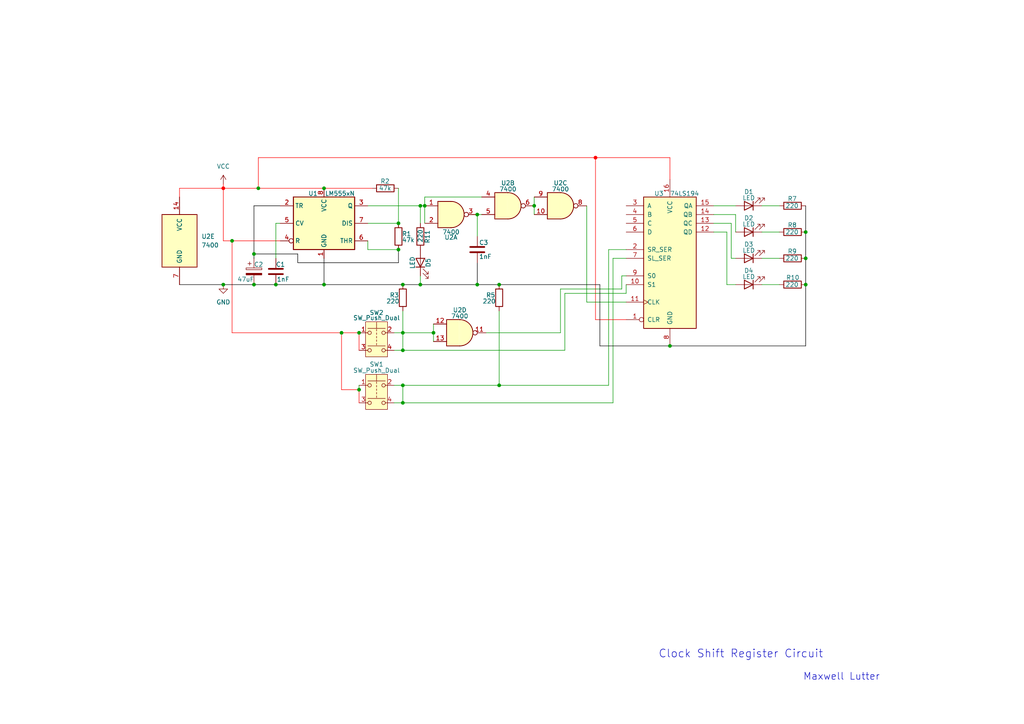
<source format=kicad_sch>
(kicad_sch
	(version 20231120)
	(generator "eeschema")
	(generator_version "8.0")
	(uuid "b204e648-d4db-4ab6-adf7-a1e4d8ac52e9")
	(paper "A4")
	(lib_symbols
		(symbol "74xx:7400"
			(pin_names
				(offset 1.016)
			)
			(exclude_from_sim no)
			(in_bom yes)
			(on_board yes)
			(property "Reference" "U"
				(at 0 1.27 0)
				(effects
					(font
						(size 1.27 1.27)
					)
				)
			)
			(property "Value" "7400"
				(at 0 -1.27 0)
				(effects
					(font
						(size 1.27 1.27)
					)
				)
			)
			(property "Footprint" ""
				(at 0 0 0)
				(effects
					(font
						(size 1.27 1.27)
					)
					(hide yes)
				)
			)
			(property "Datasheet" "http://www.ti.com/lit/gpn/sn7400"
				(at 0 0 0)
				(effects
					(font
						(size 1.27 1.27)
					)
					(hide yes)
				)
			)
			(property "Description" "quad 2-input NAND gate"
				(at 0 0 0)
				(effects
					(font
						(size 1.27 1.27)
					)
					(hide yes)
				)
			)
			(property "ki_locked" ""
				(at 0 0 0)
				(effects
					(font
						(size 1.27 1.27)
					)
				)
			)
			(property "ki_keywords" "TTL nand 2-input"
				(at 0 0 0)
				(effects
					(font
						(size 1.27 1.27)
					)
					(hide yes)
				)
			)
			(property "ki_fp_filters" "DIP*W7.62mm* SO14*"
				(at 0 0 0)
				(effects
					(font
						(size 1.27 1.27)
					)
					(hide yes)
				)
			)
			(symbol "7400_1_1"
				(arc
					(start 0 -3.81)
					(mid 3.7934 0)
					(end 0 3.81)
					(stroke
						(width 0.254)
						(type default)
					)
					(fill
						(type background)
					)
				)
				(polyline
					(pts
						(xy 0 3.81) (xy -3.81 3.81) (xy -3.81 -3.81) (xy 0 -3.81)
					)
					(stroke
						(width 0.254)
						(type default)
					)
					(fill
						(type background)
					)
				)
				(pin input line
					(at -7.62 2.54 0)
					(length 3.81)
					(name "~"
						(effects
							(font
								(size 1.27 1.27)
							)
						)
					)
					(number "1"
						(effects
							(font
								(size 1.27 1.27)
							)
						)
					)
				)
				(pin input line
					(at -7.62 -2.54 0)
					(length 3.81)
					(name "~"
						(effects
							(font
								(size 1.27 1.27)
							)
						)
					)
					(number "2"
						(effects
							(font
								(size 1.27 1.27)
							)
						)
					)
				)
				(pin output inverted
					(at 7.62 0 180)
					(length 3.81)
					(name "~"
						(effects
							(font
								(size 1.27 1.27)
							)
						)
					)
					(number "3"
						(effects
							(font
								(size 1.27 1.27)
							)
						)
					)
				)
			)
			(symbol "7400_1_2"
				(arc
					(start -3.81 -3.81)
					(mid -2.589 0)
					(end -3.81 3.81)
					(stroke
						(width 0.254)
						(type default)
					)
					(fill
						(type none)
					)
				)
				(arc
					(start -0.6096 -3.81)
					(mid 2.1842 -2.5851)
					(end 3.81 0)
					(stroke
						(width 0.254)
						(type default)
					)
					(fill
						(type background)
					)
				)
				(polyline
					(pts
						(xy -3.81 -3.81) (xy -0.635 -3.81)
					)
					(stroke
						(width 0.254)
						(type default)
					)
					(fill
						(type background)
					)
				)
				(polyline
					(pts
						(xy -3.81 3.81) (xy -0.635 3.81)
					)
					(stroke
						(width 0.254)
						(type default)
					)
					(fill
						(type background)
					)
				)
				(polyline
					(pts
						(xy -0.635 3.81) (xy -3.81 3.81) (xy -3.81 3.81) (xy -3.556 3.4036) (xy -3.0226 2.2606) (xy -2.6924 1.0414)
						(xy -2.6162 -0.254) (xy -2.7686 -1.4986) (xy -3.175 -2.7178) (xy -3.81 -3.81) (xy -3.81 -3.81)
						(xy -0.635 -3.81)
					)
					(stroke
						(width -25.4)
						(type default)
					)
					(fill
						(type background)
					)
				)
				(arc
					(start 3.81 0)
					(mid 2.1915 2.5936)
					(end -0.6096 3.81)
					(stroke
						(width 0.254)
						(type default)
					)
					(fill
						(type background)
					)
				)
				(pin input inverted
					(at -7.62 2.54 0)
					(length 4.318)
					(name "~"
						(effects
							(font
								(size 1.27 1.27)
							)
						)
					)
					(number "1"
						(effects
							(font
								(size 1.27 1.27)
							)
						)
					)
				)
				(pin input inverted
					(at -7.62 -2.54 0)
					(length 4.318)
					(name "~"
						(effects
							(font
								(size 1.27 1.27)
							)
						)
					)
					(number "2"
						(effects
							(font
								(size 1.27 1.27)
							)
						)
					)
				)
				(pin output line
					(at 7.62 0 180)
					(length 3.81)
					(name "~"
						(effects
							(font
								(size 1.27 1.27)
							)
						)
					)
					(number "3"
						(effects
							(font
								(size 1.27 1.27)
							)
						)
					)
				)
			)
			(symbol "7400_2_1"
				(arc
					(start 0 -3.81)
					(mid 3.7934 0)
					(end 0 3.81)
					(stroke
						(width 0.254)
						(type default)
					)
					(fill
						(type background)
					)
				)
				(polyline
					(pts
						(xy 0 3.81) (xy -3.81 3.81) (xy -3.81 -3.81) (xy 0 -3.81)
					)
					(stroke
						(width 0.254)
						(type default)
					)
					(fill
						(type background)
					)
				)
				(pin input line
					(at -7.62 2.54 0)
					(length 3.81)
					(name "~"
						(effects
							(font
								(size 1.27 1.27)
							)
						)
					)
					(number "4"
						(effects
							(font
								(size 1.27 1.27)
							)
						)
					)
				)
				(pin input line
					(at -7.62 -2.54 0)
					(length 3.81)
					(name "~"
						(effects
							(font
								(size 1.27 1.27)
							)
						)
					)
					(number "5"
						(effects
							(font
								(size 1.27 1.27)
							)
						)
					)
				)
				(pin output inverted
					(at 7.62 0 180)
					(length 3.81)
					(name "~"
						(effects
							(font
								(size 1.27 1.27)
							)
						)
					)
					(number "6"
						(effects
							(font
								(size 1.27 1.27)
							)
						)
					)
				)
			)
			(symbol "7400_2_2"
				(arc
					(start -3.81 -3.81)
					(mid -2.589 0)
					(end -3.81 3.81)
					(stroke
						(width 0.254)
						(type default)
					)
					(fill
						(type none)
					)
				)
				(arc
					(start -0.6096 -3.81)
					(mid 2.1842 -2.5851)
					(end 3.81 0)
					(stroke
						(width 0.254)
						(type default)
					)
					(fill
						(type background)
					)
				)
				(polyline
					(pts
						(xy -3.81 -3.81) (xy -0.635 -3.81)
					)
					(stroke
						(width 0.254)
						(type default)
					)
					(fill
						(type background)
					)
				)
				(polyline
					(pts
						(xy -3.81 3.81) (xy -0.635 3.81)
					)
					(stroke
						(width 0.254)
						(type default)
					)
					(fill
						(type background)
					)
				)
				(polyline
					(pts
						(xy -0.635 3.81) (xy -3.81 3.81) (xy -3.81 3.81) (xy -3.556 3.4036) (xy -3.0226 2.2606) (xy -2.6924 1.0414)
						(xy -2.6162 -0.254) (xy -2.7686 -1.4986) (xy -3.175 -2.7178) (xy -3.81 -3.81) (xy -3.81 -3.81)
						(xy -0.635 -3.81)
					)
					(stroke
						(width -25.4)
						(type default)
					)
					(fill
						(type background)
					)
				)
				(arc
					(start 3.81 0)
					(mid 2.1915 2.5936)
					(end -0.6096 3.81)
					(stroke
						(width 0.254)
						(type default)
					)
					(fill
						(type background)
					)
				)
				(pin input inverted
					(at -7.62 2.54 0)
					(length 4.318)
					(name "~"
						(effects
							(font
								(size 1.27 1.27)
							)
						)
					)
					(number "4"
						(effects
							(font
								(size 1.27 1.27)
							)
						)
					)
				)
				(pin input inverted
					(at -7.62 -2.54 0)
					(length 4.318)
					(name "~"
						(effects
							(font
								(size 1.27 1.27)
							)
						)
					)
					(number "5"
						(effects
							(font
								(size 1.27 1.27)
							)
						)
					)
				)
				(pin output line
					(at 7.62 0 180)
					(length 3.81)
					(name "~"
						(effects
							(font
								(size 1.27 1.27)
							)
						)
					)
					(number "6"
						(effects
							(font
								(size 1.27 1.27)
							)
						)
					)
				)
			)
			(symbol "7400_3_1"
				(arc
					(start 0 -3.81)
					(mid 3.7934 0)
					(end 0 3.81)
					(stroke
						(width 0.254)
						(type default)
					)
					(fill
						(type background)
					)
				)
				(polyline
					(pts
						(xy 0 3.81) (xy -3.81 3.81) (xy -3.81 -3.81) (xy 0 -3.81)
					)
					(stroke
						(width 0.254)
						(type default)
					)
					(fill
						(type background)
					)
				)
				(pin input line
					(at -7.62 -2.54 0)
					(length 3.81)
					(name "~"
						(effects
							(font
								(size 1.27 1.27)
							)
						)
					)
					(number "10"
						(effects
							(font
								(size 1.27 1.27)
							)
						)
					)
				)
				(pin output inverted
					(at 7.62 0 180)
					(length 3.81)
					(name "~"
						(effects
							(font
								(size 1.27 1.27)
							)
						)
					)
					(number "8"
						(effects
							(font
								(size 1.27 1.27)
							)
						)
					)
				)
				(pin input line
					(at -7.62 2.54 0)
					(length 3.81)
					(name "~"
						(effects
							(font
								(size 1.27 1.27)
							)
						)
					)
					(number "9"
						(effects
							(font
								(size 1.27 1.27)
							)
						)
					)
				)
			)
			(symbol "7400_3_2"
				(arc
					(start -3.81 -3.81)
					(mid -2.589 0)
					(end -3.81 3.81)
					(stroke
						(width 0.254)
						(type default)
					)
					(fill
						(type none)
					)
				)
				(arc
					(start -0.6096 -3.81)
					(mid 2.1842 -2.5851)
					(end 3.81 0)
					(stroke
						(width 0.254)
						(type default)
					)
					(fill
						(type background)
					)
				)
				(polyline
					(pts
						(xy -3.81 -3.81) (xy -0.635 -3.81)
					)
					(stroke
						(width 0.254)
						(type default)
					)
					(fill
						(type background)
					)
				)
				(polyline
					(pts
						(xy -3.81 3.81) (xy -0.635 3.81)
					)
					(stroke
						(width 0.254)
						(type default)
					)
					(fill
						(type background)
					)
				)
				(polyline
					(pts
						(xy -0.635 3.81) (xy -3.81 3.81) (xy -3.81 3.81) (xy -3.556 3.4036) (xy -3.0226 2.2606) (xy -2.6924 1.0414)
						(xy -2.6162 -0.254) (xy -2.7686 -1.4986) (xy -3.175 -2.7178) (xy -3.81 -3.81) (xy -3.81 -3.81)
						(xy -0.635 -3.81)
					)
					(stroke
						(width -25.4)
						(type default)
					)
					(fill
						(type background)
					)
				)
				(arc
					(start 3.81 0)
					(mid 2.1915 2.5936)
					(end -0.6096 3.81)
					(stroke
						(width 0.254)
						(type default)
					)
					(fill
						(type background)
					)
				)
				(pin input inverted
					(at -7.62 -2.54 0)
					(length 4.318)
					(name "~"
						(effects
							(font
								(size 1.27 1.27)
							)
						)
					)
					(number "10"
						(effects
							(font
								(size 1.27 1.27)
							)
						)
					)
				)
				(pin output line
					(at 7.62 0 180)
					(length 3.81)
					(name "~"
						(effects
							(font
								(size 1.27 1.27)
							)
						)
					)
					(number "8"
						(effects
							(font
								(size 1.27 1.27)
							)
						)
					)
				)
				(pin input inverted
					(at -7.62 2.54 0)
					(length 4.318)
					(name "~"
						(effects
							(font
								(size 1.27 1.27)
							)
						)
					)
					(number "9"
						(effects
							(font
								(size 1.27 1.27)
							)
						)
					)
				)
			)
			(symbol "7400_4_1"
				(arc
					(start 0 -3.81)
					(mid 3.7934 0)
					(end 0 3.81)
					(stroke
						(width 0.254)
						(type default)
					)
					(fill
						(type background)
					)
				)
				(polyline
					(pts
						(xy 0 3.81) (xy -3.81 3.81) (xy -3.81 -3.81) (xy 0 -3.81)
					)
					(stroke
						(width 0.254)
						(type default)
					)
					(fill
						(type background)
					)
				)
				(pin output inverted
					(at 7.62 0 180)
					(length 3.81)
					(name "~"
						(effects
							(font
								(size 1.27 1.27)
							)
						)
					)
					(number "11"
						(effects
							(font
								(size 1.27 1.27)
							)
						)
					)
				)
				(pin input line
					(at -7.62 2.54 0)
					(length 3.81)
					(name "~"
						(effects
							(font
								(size 1.27 1.27)
							)
						)
					)
					(number "12"
						(effects
							(font
								(size 1.27 1.27)
							)
						)
					)
				)
				(pin input line
					(at -7.62 -2.54 0)
					(length 3.81)
					(name "~"
						(effects
							(font
								(size 1.27 1.27)
							)
						)
					)
					(number "13"
						(effects
							(font
								(size 1.27 1.27)
							)
						)
					)
				)
			)
			(symbol "7400_4_2"
				(arc
					(start -3.81 -3.81)
					(mid -2.589 0)
					(end -3.81 3.81)
					(stroke
						(width 0.254)
						(type default)
					)
					(fill
						(type none)
					)
				)
				(arc
					(start -0.6096 -3.81)
					(mid 2.1842 -2.5851)
					(end 3.81 0)
					(stroke
						(width 0.254)
						(type default)
					)
					(fill
						(type background)
					)
				)
				(polyline
					(pts
						(xy -3.81 -3.81) (xy -0.635 -3.81)
					)
					(stroke
						(width 0.254)
						(type default)
					)
					(fill
						(type background)
					)
				)
				(polyline
					(pts
						(xy -3.81 3.81) (xy -0.635 3.81)
					)
					(stroke
						(width 0.254)
						(type default)
					)
					(fill
						(type background)
					)
				)
				(polyline
					(pts
						(xy -0.635 3.81) (xy -3.81 3.81) (xy -3.81 3.81) (xy -3.556 3.4036) (xy -3.0226 2.2606) (xy -2.6924 1.0414)
						(xy -2.6162 -0.254) (xy -2.7686 -1.4986) (xy -3.175 -2.7178) (xy -3.81 -3.81) (xy -3.81 -3.81)
						(xy -0.635 -3.81)
					)
					(stroke
						(width -25.4)
						(type default)
					)
					(fill
						(type background)
					)
				)
				(arc
					(start 3.81 0)
					(mid 2.1915 2.5936)
					(end -0.6096 3.81)
					(stroke
						(width 0.254)
						(type default)
					)
					(fill
						(type background)
					)
				)
				(pin output line
					(at 7.62 0 180)
					(length 3.81)
					(name "~"
						(effects
							(font
								(size 1.27 1.27)
							)
						)
					)
					(number "11"
						(effects
							(font
								(size 1.27 1.27)
							)
						)
					)
				)
				(pin input inverted
					(at -7.62 2.54 0)
					(length 4.318)
					(name "~"
						(effects
							(font
								(size 1.27 1.27)
							)
						)
					)
					(number "12"
						(effects
							(font
								(size 1.27 1.27)
							)
						)
					)
				)
				(pin input inverted
					(at -7.62 -2.54 0)
					(length 4.318)
					(name "~"
						(effects
							(font
								(size 1.27 1.27)
							)
						)
					)
					(number "13"
						(effects
							(font
								(size 1.27 1.27)
							)
						)
					)
				)
			)
			(symbol "7400_5_0"
				(pin power_in line
					(at 0 12.7 270)
					(length 5.08)
					(name "VCC"
						(effects
							(font
								(size 1.27 1.27)
							)
						)
					)
					(number "14"
						(effects
							(font
								(size 1.27 1.27)
							)
						)
					)
				)
				(pin power_in line
					(at 0 -12.7 90)
					(length 5.08)
					(name "GND"
						(effects
							(font
								(size 1.27 1.27)
							)
						)
					)
					(number "7"
						(effects
							(font
								(size 1.27 1.27)
							)
						)
					)
				)
			)
			(symbol "7400_5_1"
				(rectangle
					(start -5.08 7.62)
					(end 5.08 -7.62)
					(stroke
						(width 0.254)
						(type default)
					)
					(fill
						(type background)
					)
				)
			)
		)
		(symbol "74xx:74LS194"
			(pin_names
				(offset 1.016)
			)
			(exclude_from_sim no)
			(in_bom yes)
			(on_board yes)
			(property "Reference" "U3"
				(at 2.1941 22.86 0)
				(effects
					(font
						(size 1.27 1.27)
					)
					(justify left)
				)
			)
			(property "Value" "74LS194"
				(at 2.1941 20.32 0)
				(effects
					(font
						(size 1.27 1.27)
					)
					(justify left)
				)
			)
			(property "Footprint" ""
				(at 0 0 0)
				(effects
					(font
						(size 1.27 1.27)
					)
					(hide yes)
				)
			)
			(property "Datasheet" "http://www.ti.com/lit/gpn/sn74LS194"
				(at 0 0 0)
				(effects
					(font
						(size 1.27 1.27)
					)
					(hide yes)
				)
			)
			(property "Description" "Shift Register 4-bit Bidirectional"
				(at 0 0 0)
				(effects
					(font
						(size 1.27 1.27)
					)
					(hide yes)
				)
			)
			(property "ki_locked" ""
				(at 0 0 0)
				(effects
					(font
						(size 1.27 1.27)
					)
				)
			)
			(property "ki_keywords" "TTL RS SR4"
				(at 0 0 0)
				(effects
					(font
						(size 1.27 1.27)
					)
					(hide yes)
				)
			)
			(property "ki_fp_filters" "DIP?16*"
				(at 0 0 0)
				(effects
					(font
						(size 1.27 1.27)
					)
					(hide yes)
				)
			)
			(symbol "74LS194_1_0"
				(pin input inverted
					(at -12.7 -17.78 0)
					(length 5.08)
					(name "CLR"
						(effects
							(font
								(size 1.27 1.27)
							)
						)
					)
					(number "1"
						(effects
							(font
								(size 1.27 1.27)
							)
						)
					)
				)
				(pin input line
					(at -12.7 -7.62 0)
					(length 5.08)
					(name "S1"
						(effects
							(font
								(size 1.27 1.27)
							)
						)
					)
					(number "10"
						(effects
							(font
								(size 1.27 1.27)
							)
						)
					)
				)
				(pin input clock
					(at -12.7 -12.7 0)
					(length 5.08)
					(name "CLK"
						(effects
							(font
								(size 1.27 1.27)
							)
						)
					)
					(number "11"
						(effects
							(font
								(size 1.27 1.27)
							)
						)
					)
				)
				(pin output line
					(at 12.7 7.62 180)
					(length 5.08)
					(name "QD"
						(effects
							(font
								(size 1.27 1.27)
							)
						)
					)
					(number "12"
						(effects
							(font
								(size 1.27 1.27)
							)
						)
					)
				)
				(pin output line
					(at 12.7 10.16 180)
					(length 5.08)
					(name "QC"
						(effects
							(font
								(size 1.27 1.27)
							)
						)
					)
					(number "13"
						(effects
							(font
								(size 1.27 1.27)
							)
						)
					)
				)
				(pin output line
					(at 12.7 12.7 180)
					(length 5.08)
					(name "QB"
						(effects
							(font
								(size 1.27 1.27)
							)
						)
					)
					(number "14"
						(effects
							(font
								(size 1.27 1.27)
							)
						)
					)
				)
				(pin output line
					(at 12.7 15.24 180)
					(length 5.08)
					(name "QA"
						(effects
							(font
								(size 1.27 1.27)
							)
						)
					)
					(number "15"
						(effects
							(font
								(size 1.27 1.27)
							)
						)
					)
				)
				(pin power_in line
					(at 0 22.86 270)
					(length 5.08)
					(name "VCC"
						(effects
							(font
								(size 1.27 1.27)
							)
						)
					)
					(number "16"
						(effects
							(font
								(size 1.27 1.27)
							)
						)
					)
				)
				(pin input line
					(at -12.7 2.54 0)
					(length 5.08)
					(name "SR_SER"
						(effects
							(font
								(size 1.27 1.27)
							)
						)
					)
					(number "2"
						(effects
							(font
								(size 1.27 1.27)
							)
						)
					)
				)
				(pin input line
					(at -12.7 15.24 0)
					(length 5.08)
					(name "A"
						(effects
							(font
								(size 1.27 1.27)
							)
						)
					)
					(number "3"
						(effects
							(font
								(size 1.27 1.27)
							)
						)
					)
				)
				(pin input line
					(at -12.7 12.7 0)
					(length 5.08)
					(name "B"
						(effects
							(font
								(size 1.27 1.27)
							)
						)
					)
					(number "4"
						(effects
							(font
								(size 1.27 1.27)
							)
						)
					)
				)
				(pin input line
					(at -12.7 10.16 0)
					(length 5.08)
					(name "C"
						(effects
							(font
								(size 1.27 1.27)
							)
						)
					)
					(number "5"
						(effects
							(font
								(size 1.27 1.27)
							)
						)
					)
				)
				(pin input line
					(at -12.7 7.62 0)
					(length 5.08)
					(name "D"
						(effects
							(font
								(size 1.27 1.27)
							)
						)
					)
					(number "6"
						(effects
							(font
								(size 1.27 1.27)
							)
						)
					)
				)
				(pin input line
					(at -12.7 0 0)
					(length 5.08)
					(name "SL_SER"
						(effects
							(font
								(size 1.27 1.27)
							)
						)
					)
					(number "7"
						(effects
							(font
								(size 1.27 1.27)
							)
						)
					)
				)
				(pin power_in line
					(at 0 -25.4 90)
					(length 5.08)
					(name "GND"
						(effects
							(font
								(size 1.27 1.27)
							)
						)
					)
					(number "8"
						(effects
							(font
								(size 1.27 1.27)
							)
						)
					)
				)
				(pin input line
					(at -12.7 -5.08 0)
					(length 5.08)
					(name "S0"
						(effects
							(font
								(size 1.27 1.27)
							)
						)
					)
					(number "9"
						(effects
							(font
								(size 1.27 1.27)
							)
						)
					)
				)
			)
			(symbol "74LS194_1_1"
				(rectangle
					(start -7.62 17.78)
					(end 7.62 -20.32)
					(stroke
						(width 0.254)
						(type default)
					)
					(fill
						(type background)
					)
				)
			)
		)
		(symbol "Device:C"
			(pin_numbers hide)
			(pin_names
				(offset 0.254)
			)
			(exclude_from_sim no)
			(in_bom yes)
			(on_board yes)
			(property "Reference" "C"
				(at 0.635 2.54 0)
				(effects
					(font
						(size 1.27 1.27)
					)
					(justify left)
				)
			)
			(property "Value" "C"
				(at 0.635 -2.54 0)
				(effects
					(font
						(size 1.27 1.27)
					)
					(justify left)
				)
			)
			(property "Footprint" ""
				(at 0.9652 -3.81 0)
				(effects
					(font
						(size 1.27 1.27)
					)
					(hide yes)
				)
			)
			(property "Datasheet" "~"
				(at 0 0 0)
				(effects
					(font
						(size 1.27 1.27)
					)
					(hide yes)
				)
			)
			(property "Description" "Unpolarized capacitor"
				(at 0 0 0)
				(effects
					(font
						(size 1.27 1.27)
					)
					(hide yes)
				)
			)
			(property "ki_keywords" "cap capacitor"
				(at 0 0 0)
				(effects
					(font
						(size 1.27 1.27)
					)
					(hide yes)
				)
			)
			(property "ki_fp_filters" "C_*"
				(at 0 0 0)
				(effects
					(font
						(size 1.27 1.27)
					)
					(hide yes)
				)
			)
			(symbol "C_0_1"
				(polyline
					(pts
						(xy -2.032 -0.762) (xy 2.032 -0.762)
					)
					(stroke
						(width 0.508)
						(type default)
					)
					(fill
						(type none)
					)
				)
				(polyline
					(pts
						(xy -2.032 0.762) (xy 2.032 0.762)
					)
					(stroke
						(width 0.508)
						(type default)
					)
					(fill
						(type none)
					)
				)
			)
			(symbol "C_1_1"
				(pin passive line
					(at 0 3.81 270)
					(length 2.794)
					(name "~"
						(effects
							(font
								(size 1.27 1.27)
							)
						)
					)
					(number "1"
						(effects
							(font
								(size 1.27 1.27)
							)
						)
					)
				)
				(pin passive line
					(at 0 -3.81 90)
					(length 2.794)
					(name "~"
						(effects
							(font
								(size 1.27 1.27)
							)
						)
					)
					(number "2"
						(effects
							(font
								(size 1.27 1.27)
							)
						)
					)
				)
			)
		)
		(symbol "Device:C_Polarized"
			(pin_numbers hide)
			(pin_names
				(offset 0.254)
			)
			(exclude_from_sim no)
			(in_bom yes)
			(on_board yes)
			(property "Reference" "C"
				(at 0.635 2.54 0)
				(effects
					(font
						(size 1.27 1.27)
					)
					(justify left)
				)
			)
			(property "Value" "C_Polarized"
				(at 0.635 -2.54 0)
				(effects
					(font
						(size 1.27 1.27)
					)
					(justify left)
				)
			)
			(property "Footprint" ""
				(at 0.9652 -3.81 0)
				(effects
					(font
						(size 1.27 1.27)
					)
					(hide yes)
				)
			)
			(property "Datasheet" "~"
				(at 0 0 0)
				(effects
					(font
						(size 1.27 1.27)
					)
					(hide yes)
				)
			)
			(property "Description" "Polarized capacitor"
				(at 0 0 0)
				(effects
					(font
						(size 1.27 1.27)
					)
					(hide yes)
				)
			)
			(property "ki_keywords" "cap capacitor"
				(at 0 0 0)
				(effects
					(font
						(size 1.27 1.27)
					)
					(hide yes)
				)
			)
			(property "ki_fp_filters" "CP_*"
				(at 0 0 0)
				(effects
					(font
						(size 1.27 1.27)
					)
					(hide yes)
				)
			)
			(symbol "C_Polarized_0_1"
				(rectangle
					(start -2.286 0.508)
					(end 2.286 1.016)
					(stroke
						(width 0)
						(type default)
					)
					(fill
						(type none)
					)
				)
				(polyline
					(pts
						(xy -1.778 2.286) (xy -0.762 2.286)
					)
					(stroke
						(width 0)
						(type default)
					)
					(fill
						(type none)
					)
				)
				(polyline
					(pts
						(xy -1.27 2.794) (xy -1.27 1.778)
					)
					(stroke
						(width 0)
						(type default)
					)
					(fill
						(type none)
					)
				)
				(rectangle
					(start 2.286 -0.508)
					(end -2.286 -1.016)
					(stroke
						(width 0)
						(type default)
					)
					(fill
						(type outline)
					)
				)
			)
			(symbol "C_Polarized_1_1"
				(pin passive line
					(at 0 3.81 270)
					(length 2.794)
					(name "~"
						(effects
							(font
								(size 1.27 1.27)
							)
						)
					)
					(number "1"
						(effects
							(font
								(size 1.27 1.27)
							)
						)
					)
				)
				(pin passive line
					(at 0 -3.81 90)
					(length 2.794)
					(name "~"
						(effects
							(font
								(size 1.27 1.27)
							)
						)
					)
					(number "2"
						(effects
							(font
								(size 1.27 1.27)
							)
						)
					)
				)
			)
		)
		(symbol "Device:LED"
			(pin_numbers hide)
			(pin_names
				(offset 1.016) hide)
			(exclude_from_sim no)
			(in_bom yes)
			(on_board yes)
			(property "Reference" "D"
				(at 0 2.54 0)
				(effects
					(font
						(size 1.27 1.27)
					)
				)
			)
			(property "Value" "LED"
				(at 0 -2.54 0)
				(effects
					(font
						(size 1.27 1.27)
					)
				)
			)
			(property "Footprint" ""
				(at 0 0 0)
				(effects
					(font
						(size 1.27 1.27)
					)
					(hide yes)
				)
			)
			(property "Datasheet" "~"
				(at 0 0 0)
				(effects
					(font
						(size 1.27 1.27)
					)
					(hide yes)
				)
			)
			(property "Description" "Light emitting diode"
				(at 0 0 0)
				(effects
					(font
						(size 1.27 1.27)
					)
					(hide yes)
				)
			)
			(property "ki_keywords" "LED diode"
				(at 0 0 0)
				(effects
					(font
						(size 1.27 1.27)
					)
					(hide yes)
				)
			)
			(property "ki_fp_filters" "LED* LED_SMD:* LED_THT:*"
				(at 0 0 0)
				(effects
					(font
						(size 1.27 1.27)
					)
					(hide yes)
				)
			)
			(symbol "LED_0_1"
				(polyline
					(pts
						(xy -1.27 -1.27) (xy -1.27 1.27)
					)
					(stroke
						(width 0.254)
						(type default)
					)
					(fill
						(type none)
					)
				)
				(polyline
					(pts
						(xy -1.27 0) (xy 1.27 0)
					)
					(stroke
						(width 0)
						(type default)
					)
					(fill
						(type none)
					)
				)
				(polyline
					(pts
						(xy 1.27 -1.27) (xy 1.27 1.27) (xy -1.27 0) (xy 1.27 -1.27)
					)
					(stroke
						(width 0.254)
						(type default)
					)
					(fill
						(type none)
					)
				)
				(polyline
					(pts
						(xy -3.048 -0.762) (xy -4.572 -2.286) (xy -3.81 -2.286) (xy -4.572 -2.286) (xy -4.572 -1.524)
					)
					(stroke
						(width 0)
						(type default)
					)
					(fill
						(type none)
					)
				)
				(polyline
					(pts
						(xy -1.778 -0.762) (xy -3.302 -2.286) (xy -2.54 -2.286) (xy -3.302 -2.286) (xy -3.302 -1.524)
					)
					(stroke
						(width 0)
						(type default)
					)
					(fill
						(type none)
					)
				)
			)
			(symbol "LED_1_1"
				(pin passive line
					(at -3.81 0 0)
					(length 2.54)
					(name "K"
						(effects
							(font
								(size 1.27 1.27)
							)
						)
					)
					(number "1"
						(effects
							(font
								(size 1.27 1.27)
							)
						)
					)
				)
				(pin passive line
					(at 3.81 0 180)
					(length 2.54)
					(name "A"
						(effects
							(font
								(size 1.27 1.27)
							)
						)
					)
					(number "2"
						(effects
							(font
								(size 1.27 1.27)
							)
						)
					)
				)
			)
		)
		(symbol "Device:R"
			(pin_numbers hide)
			(pin_names
				(offset 0)
			)
			(exclude_from_sim no)
			(in_bom yes)
			(on_board yes)
			(property "Reference" "R"
				(at 2.032 0 90)
				(effects
					(font
						(size 1.27 1.27)
					)
				)
			)
			(property "Value" "R"
				(at 0 0 90)
				(effects
					(font
						(size 1.27 1.27)
					)
				)
			)
			(property "Footprint" ""
				(at -1.778 0 90)
				(effects
					(font
						(size 1.27 1.27)
					)
					(hide yes)
				)
			)
			(property "Datasheet" "~"
				(at 0 0 0)
				(effects
					(font
						(size 1.27 1.27)
					)
					(hide yes)
				)
			)
			(property "Description" "Resistor"
				(at 0 0 0)
				(effects
					(font
						(size 1.27 1.27)
					)
					(hide yes)
				)
			)
			(property "ki_keywords" "R res resistor"
				(at 0 0 0)
				(effects
					(font
						(size 1.27 1.27)
					)
					(hide yes)
				)
			)
			(property "ki_fp_filters" "R_*"
				(at 0 0 0)
				(effects
					(font
						(size 1.27 1.27)
					)
					(hide yes)
				)
			)
			(symbol "R_0_1"
				(rectangle
					(start -1.016 -2.54)
					(end 1.016 2.54)
					(stroke
						(width 0.254)
						(type default)
					)
					(fill
						(type none)
					)
				)
			)
			(symbol "R_1_1"
				(pin passive line
					(at 0 3.81 270)
					(length 1.27)
					(name "~"
						(effects
							(font
								(size 1.27 1.27)
							)
						)
					)
					(number "1"
						(effects
							(font
								(size 1.27 1.27)
							)
						)
					)
				)
				(pin passive line
					(at 0 -3.81 90)
					(length 1.27)
					(name "~"
						(effects
							(font
								(size 1.27 1.27)
							)
						)
					)
					(number "2"
						(effects
							(font
								(size 1.27 1.27)
							)
						)
					)
				)
			)
		)
		(symbol "Switch:SW_Push_Dual"
			(pin_names
				(offset 1.016) hide)
			(exclude_from_sim no)
			(in_bom yes)
			(on_board yes)
			(property "Reference" "SW"
				(at 0 7.62 0)
				(effects
					(font
						(size 1.27 1.27)
					)
				)
			)
			(property "Value" "SW_Push_Dual"
				(at 0 -6.35 0)
				(effects
					(font
						(size 1.27 1.27)
					)
				)
			)
			(property "Footprint" ""
				(at 0 7.62 0)
				(effects
					(font
						(size 1.27 1.27)
					)
					(hide yes)
				)
			)
			(property "Datasheet" "~"
				(at 0 0 0)
				(effects
					(font
						(size 1.27 1.27)
					)
					(hide yes)
				)
			)
			(property "Description" "Push button switch, generic, symbol, four pins"
				(at 0 0 0)
				(effects
					(font
						(size 1.27 1.27)
					)
					(hide yes)
				)
			)
			(property "ki_keywords" "switch normally-open pushbutton push-button"
				(at 0 0 0)
				(effects
					(font
						(size 1.27 1.27)
					)
					(hide yes)
				)
			)
			(symbol "SW_Push_Dual_0_1"
				(circle
					(center -2.032 -2.54)
					(radius 0.508)
					(stroke
						(width 0)
						(type default)
					)
					(fill
						(type none)
					)
				)
				(circle
					(center -2.032 2.54)
					(radius 0.508)
					(stroke
						(width 0)
						(type default)
					)
					(fill
						(type none)
					)
				)
				(polyline
					(pts
						(xy 0 -0.508) (xy 0 -1.016)
					)
					(stroke
						(width 0)
						(type default)
					)
					(fill
						(type none)
					)
				)
				(polyline
					(pts
						(xy 0 0.508) (xy 0 0)
					)
					(stroke
						(width 0)
						(type default)
					)
					(fill
						(type none)
					)
				)
				(polyline
					(pts
						(xy 0 1.016) (xy 0 1.524)
					)
					(stroke
						(width 0)
						(type default)
					)
					(fill
						(type none)
					)
				)
				(polyline
					(pts
						(xy 0 2.032) (xy 0 2.54)
					)
					(stroke
						(width 0)
						(type default)
					)
					(fill
						(type none)
					)
				)
				(polyline
					(pts
						(xy 0 3.048) (xy 0 3.556)
					)
					(stroke
						(width 0)
						(type default)
					)
					(fill
						(type none)
					)
				)
				(polyline
					(pts
						(xy 0 3.81) (xy 0 5.588)
					)
					(stroke
						(width 0)
						(type default)
					)
					(fill
						(type none)
					)
				)
				(polyline
					(pts
						(xy 2.54 -1.27) (xy -2.54 -1.27)
					)
					(stroke
						(width 0)
						(type default)
					)
					(fill
						(type none)
					)
				)
				(polyline
					(pts
						(xy 2.54 3.81) (xy -2.54 3.81)
					)
					(stroke
						(width 0)
						(type default)
					)
					(fill
						(type none)
					)
				)
				(circle
					(center 2.032 -2.54)
					(radius 0.508)
					(stroke
						(width 0)
						(type default)
					)
					(fill
						(type none)
					)
				)
				(circle
					(center 2.032 2.54)
					(radius 0.508)
					(stroke
						(width 0)
						(type default)
					)
					(fill
						(type none)
					)
				)
				(pin passive line
					(at -5.08 2.54 0)
					(length 2.54)
					(name "1"
						(effects
							(font
								(size 1.27 1.27)
							)
						)
					)
					(number "1"
						(effects
							(font
								(size 1.27 1.27)
							)
						)
					)
				)
				(pin passive line
					(at 5.08 2.54 180)
					(length 2.54)
					(name "2"
						(effects
							(font
								(size 1.27 1.27)
							)
						)
					)
					(number "2"
						(effects
							(font
								(size 1.27 1.27)
							)
						)
					)
				)
				(pin passive line
					(at -5.08 -2.54 0)
					(length 2.54)
					(name "3"
						(effects
							(font
								(size 1.27 1.27)
							)
						)
					)
					(number "3"
						(effects
							(font
								(size 1.27 1.27)
							)
						)
					)
				)
				(pin passive line
					(at 5.08 -2.54 180)
					(length 2.54)
					(name "4"
						(effects
							(font
								(size 1.27 1.27)
							)
						)
					)
					(number "4"
						(effects
							(font
								(size 1.27 1.27)
							)
						)
					)
				)
			)
			(symbol "SW_Push_Dual_1_1"
				(rectangle
					(start -3.175 5.715)
					(end 3.175 -4.445)
					(stroke
						(width 0)
						(type default)
					)
					(fill
						(type background)
					)
				)
			)
		)
		(symbol "Timer:LM555xN"
			(exclude_from_sim no)
			(in_bom yes)
			(on_board yes)
			(property "Reference" "U"
				(at -10.16 8.89 0)
				(effects
					(font
						(size 1.27 1.27)
					)
					(justify left)
				)
			)
			(property "Value" "LM555xN"
				(at 2.54 8.89 0)
				(effects
					(font
						(size 1.27 1.27)
					)
					(justify left)
				)
			)
			(property "Footprint" "Package_DIP:DIP-8_W7.62mm"
				(at 16.51 -10.16 0)
				(effects
					(font
						(size 1.27 1.27)
					)
					(hide yes)
				)
			)
			(property "Datasheet" "http://www.ti.com/lit/ds/symlink/lm555.pdf"
				(at 21.59 -10.16 0)
				(effects
					(font
						(size 1.27 1.27)
					)
					(hide yes)
				)
			)
			(property "Description" "Timer, 555 compatible, PDIP-8"
				(at 0 0 0)
				(effects
					(font
						(size 1.27 1.27)
					)
					(hide yes)
				)
			)
			(property "ki_keywords" "single timer 555"
				(at 0 0 0)
				(effects
					(font
						(size 1.27 1.27)
					)
					(hide yes)
				)
			)
			(property "ki_fp_filters" "DIP*W7.62mm*"
				(at 0 0 0)
				(effects
					(font
						(size 1.27 1.27)
					)
					(hide yes)
				)
			)
			(symbol "LM555xN_0_0"
				(pin power_in line
					(at 0 -10.16 90)
					(length 2.54)
					(name "GND"
						(effects
							(font
								(size 1.27 1.27)
							)
						)
					)
					(number "1"
						(effects
							(font
								(size 1.27 1.27)
							)
						)
					)
				)
				(pin power_in line
					(at 0 10.16 270)
					(length 2.54)
					(name "VCC"
						(effects
							(font
								(size 1.27 1.27)
							)
						)
					)
					(number "8"
						(effects
							(font
								(size 1.27 1.27)
							)
						)
					)
				)
			)
			(symbol "LM555xN_0_1"
				(rectangle
					(start -8.89 -7.62)
					(end 8.89 7.62)
					(stroke
						(width 0.254)
						(type default)
					)
					(fill
						(type background)
					)
				)
				(rectangle
					(start -8.89 -7.62)
					(end 8.89 7.62)
					(stroke
						(width 0.254)
						(type default)
					)
					(fill
						(type background)
					)
				)
			)
			(symbol "LM555xN_1_1"
				(pin input line
					(at -12.7 5.08 0)
					(length 3.81)
					(name "TR"
						(effects
							(font
								(size 1.27 1.27)
							)
						)
					)
					(number "2"
						(effects
							(font
								(size 1.27 1.27)
							)
						)
					)
				)
				(pin output line
					(at 12.7 5.08 180)
					(length 3.81)
					(name "Q"
						(effects
							(font
								(size 1.27 1.27)
							)
						)
					)
					(number "3"
						(effects
							(font
								(size 1.27 1.27)
							)
						)
					)
				)
				(pin input inverted
					(at -12.7 -5.08 0)
					(length 3.81)
					(name "R"
						(effects
							(font
								(size 1.27 1.27)
							)
						)
					)
					(number "4"
						(effects
							(font
								(size 1.27 1.27)
							)
						)
					)
				)
				(pin input line
					(at -12.7 0 0)
					(length 3.81)
					(name "CV"
						(effects
							(font
								(size 1.27 1.27)
							)
						)
					)
					(number "5"
						(effects
							(font
								(size 1.27 1.27)
							)
						)
					)
				)
				(pin input line
					(at 12.7 -5.08 180)
					(length 3.81)
					(name "THR"
						(effects
							(font
								(size 1.27 1.27)
							)
						)
					)
					(number "6"
						(effects
							(font
								(size 1.27 1.27)
							)
						)
					)
				)
				(pin input line
					(at 12.7 0 180)
					(length 3.81)
					(name "DIS"
						(effects
							(font
								(size 1.27 1.27)
							)
						)
					)
					(number "7"
						(effects
							(font
								(size 1.27 1.27)
							)
						)
					)
				)
			)
		)
		(symbol "power:GND"
			(power)
			(pin_numbers hide)
			(pin_names
				(offset 0) hide)
			(exclude_from_sim no)
			(in_bom yes)
			(on_board yes)
			(property "Reference" "#PWR"
				(at 0 -6.35 0)
				(effects
					(font
						(size 1.27 1.27)
					)
					(hide yes)
				)
			)
			(property "Value" "GND"
				(at 0 -3.81 0)
				(effects
					(font
						(size 1.27 1.27)
					)
				)
			)
			(property "Footprint" ""
				(at 0 0 0)
				(effects
					(font
						(size 1.27 1.27)
					)
					(hide yes)
				)
			)
			(property "Datasheet" ""
				(at 0 0 0)
				(effects
					(font
						(size 1.27 1.27)
					)
					(hide yes)
				)
			)
			(property "Description" "Power symbol creates a global label with name \"GND\" , ground"
				(at 0 0 0)
				(effects
					(font
						(size 1.27 1.27)
					)
					(hide yes)
				)
			)
			(property "ki_keywords" "global power"
				(at 0 0 0)
				(effects
					(font
						(size 1.27 1.27)
					)
					(hide yes)
				)
			)
			(symbol "GND_0_1"
				(polyline
					(pts
						(xy 0 0) (xy 0 -1.27) (xy 1.27 -1.27) (xy 0 -2.54) (xy -1.27 -1.27) (xy 0 -1.27)
					)
					(stroke
						(width 0)
						(type default)
					)
					(fill
						(type none)
					)
				)
			)
			(symbol "GND_1_1"
				(pin power_in line
					(at 0 0 270)
					(length 0)
					(name "~"
						(effects
							(font
								(size 1.27 1.27)
							)
						)
					)
					(number "1"
						(effects
							(font
								(size 1.27 1.27)
							)
						)
					)
				)
			)
		)
		(symbol "power:VCC"
			(power)
			(pin_numbers hide)
			(pin_names
				(offset 0) hide)
			(exclude_from_sim no)
			(in_bom yes)
			(on_board yes)
			(property "Reference" "#PWR"
				(at 0 -3.81 0)
				(effects
					(font
						(size 1.27 1.27)
					)
					(hide yes)
				)
			)
			(property "Value" "VCC"
				(at 0 3.556 0)
				(effects
					(font
						(size 1.27 1.27)
					)
				)
			)
			(property "Footprint" ""
				(at 0 0 0)
				(effects
					(font
						(size 1.27 1.27)
					)
					(hide yes)
				)
			)
			(property "Datasheet" ""
				(at 0 0 0)
				(effects
					(font
						(size 1.27 1.27)
					)
					(hide yes)
				)
			)
			(property "Description" "Power symbol creates a global label with name \"VCC\""
				(at 0 0 0)
				(effects
					(font
						(size 1.27 1.27)
					)
					(hide yes)
				)
			)
			(property "ki_keywords" "global power"
				(at 0 0 0)
				(effects
					(font
						(size 1.27 1.27)
					)
					(hide yes)
				)
			)
			(symbol "VCC_0_1"
				(polyline
					(pts
						(xy -0.762 1.27) (xy 0 2.54)
					)
					(stroke
						(width 0)
						(type default)
					)
					(fill
						(type none)
					)
				)
				(polyline
					(pts
						(xy 0 0) (xy 0 2.54)
					)
					(stroke
						(width 0)
						(type default)
					)
					(fill
						(type none)
					)
				)
				(polyline
					(pts
						(xy 0 2.54) (xy 0.762 1.27)
					)
					(stroke
						(width 0)
						(type default)
					)
					(fill
						(type none)
					)
				)
			)
			(symbol "VCC_1_1"
				(pin power_in line
					(at 0 0 90)
					(length 0)
					(name "~"
						(effects
							(font
								(size 1.27 1.27)
							)
						)
					)
					(number "1"
						(effects
							(font
								(size 1.27 1.27)
							)
						)
					)
				)
			)
		)
	)
	(junction
		(at 194.31 100.33)
		(diameter 0)
		(color 0 0 0 0)
		(uuid "06d99e8b-e9a4-4471-9397-7e13c33e2db5")
	)
	(junction
		(at 154.94 59.69)
		(diameter 0)
		(color 0 0 0 0)
		(uuid "06e2683f-ba3c-4081-8ac0-1bea1175bf07")
	)
	(junction
		(at 67.31 69.85)
		(diameter 0)
		(color 0 0 0 0)
		(uuid "082efd11-ff08-40a2-830a-45793ab06346")
	)
	(junction
		(at 115.57 72.39)
		(diameter 0)
		(color 0 0 0 0)
		(uuid "0eb37dfb-0978-4c61-89c5-20c8a02b3a2e")
	)
	(junction
		(at 99.06 96.52)
		(diameter 0)
		(color 0 0 0 0)
		(uuid "12ac73d9-0abe-41ba-803e-b2bdaa365803")
	)
	(junction
		(at 116.84 101.6)
		(diameter 0)
		(color 0 0 0 0)
		(uuid "292a2897-545c-483a-b894-4852fe4a4069")
	)
	(junction
		(at 74.93 54.61)
		(diameter 0)
		(color 0 0 0 0)
		(uuid "2cca6b65-04a3-4200-9af4-b86330cd7ce2")
	)
	(junction
		(at 73.66 73.66)
		(diameter 0)
		(color 0 0 0 0)
		(uuid "48348fae-5cb7-4375-b426-fc7557cb9e82")
	)
	(junction
		(at 121.92 59.69)
		(diameter 0)
		(color 0 0 0 0)
		(uuid "55d124f5-7ae7-4658-9131-da0b20676a9c")
	)
	(junction
		(at 172.72 45.72)
		(diameter 0)
		(color 255 0 0 1)
		(uuid "59768ab6-b4f6-48d3-8b6d-51ce4bd4c337")
	)
	(junction
		(at 64.77 54.61)
		(diameter 0)
		(color 255 0 0 1)
		(uuid "5cf5d822-f0a0-4dea-8845-b3fce0b96da8")
	)
	(junction
		(at 233.68 82.55)
		(diameter 0)
		(color 0 0 0 0)
		(uuid "60b10c81-bfaf-49fa-a4cf-90b35bd108ea")
	)
	(junction
		(at 116.84 96.52)
		(diameter 0)
		(color 0 0 0 0)
		(uuid "6a40ae72-f58c-49c1-ba8b-48334a2c6e01")
	)
	(junction
		(at 115.57 64.77)
		(diameter 0)
		(color 0 0 0 0)
		(uuid "6c5ad0c1-aa31-4c21-8674-aee2f81a5653")
	)
	(junction
		(at 233.68 74.93)
		(diameter 0)
		(color 0 0 0 0)
		(uuid "794769e5-9a86-4b05-bdf8-c84c993f1304")
	)
	(junction
		(at 104.14 96.52)
		(diameter 0)
		(color 0 0 0 0)
		(uuid "7a8c12aa-e8b0-430c-adc8-bfb9f14c21b2")
	)
	(junction
		(at 80.01 82.55)
		(diameter 0)
		(color 0 0 0 0)
		(uuid "7ea962c6-5c7d-4f14-bded-086006771054")
	)
	(junction
		(at 104.14 113.03)
		(diameter 0)
		(color 0 0 0 0)
		(uuid "84622c7a-d036-49a9-85dd-40946a81d2a1")
	)
	(junction
		(at 93.98 54.61)
		(diameter 0)
		(color 0 0 0 0)
		(uuid "84db91ea-4380-4db7-9fc1-2fd894ca70f5")
	)
	(junction
		(at 125.73 96.52)
		(diameter 0)
		(color 0 0 0 0)
		(uuid "86c62a34-2732-42ad-b6d2-06563fd9f06f")
	)
	(junction
		(at 73.66 82.55)
		(diameter 0)
		(color 0 0 0 0)
		(uuid "91df0e00-1fc3-4047-875c-24d2a2390dd1")
	)
	(junction
		(at 121.92 82.55)
		(diameter 0)
		(color 0 0 0 0)
		(uuid "9597b0fa-26c6-4328-bccb-0301ddb9b934")
	)
	(junction
		(at 144.78 82.55)
		(diameter 0)
		(color 0 0 0 0)
		(uuid "97ae880c-c192-4f62-bdd9-3f8373ff181d")
	)
	(junction
		(at 93.98 82.55)
		(diameter 0)
		(color 0 0 0 0)
		(uuid "9a00d5bd-b727-4bd5-8016-67550de12985")
	)
	(junction
		(at 123.19 59.69)
		(diameter 0)
		(color 0 0 0 0)
		(uuid "b3525045-333e-46b2-9a0d-c46fdda73e33")
	)
	(junction
		(at 233.68 67.31)
		(diameter 0)
		(color 0 0 0 0)
		(uuid "b6919222-e18a-4134-bafc-cd09cee370ae")
	)
	(junction
		(at 138.43 62.23)
		(diameter 0)
		(color 0 0 0 0)
		(uuid "b974c8be-e9bf-4a0d-94bc-82058b7ae5a0")
	)
	(junction
		(at 116.84 111.76)
		(diameter 0)
		(color 0 0 0 0)
		(uuid "c22d316e-fb5a-49b9-b01c-b27da94c5117")
	)
	(junction
		(at 138.43 82.55)
		(diameter 0)
		(color 0 0 0 0)
		(uuid "c6a390eb-97d6-43e1-be29-e21c275adca0")
	)
	(junction
		(at 116.84 116.84)
		(diameter 0)
		(color 0 0 0 0)
		(uuid "cd51ea9c-153f-4bf7-8081-940c6b9fbc9a")
	)
	(junction
		(at 144.78 111.76)
		(diameter 0)
		(color 0 0 0 0)
		(uuid "f45f5a0a-c8f4-481c-b91d-f446ab51e874")
	)
	(junction
		(at 116.84 82.55)
		(diameter 0)
		(color 0 0 0 0)
		(uuid "f996f7f0-0ede-4846-b669-0ecce0509e71")
	)
	(junction
		(at 64.77 82.55)
		(diameter 0)
		(color 0 0 0 0)
		(uuid "fe216293-35c9-4ad3-bdac-bb543fb27730")
	)
	(wire
		(pts
			(xy 154.94 59.69) (xy 154.94 57.15)
		)
		(stroke
			(width 0)
			(type default)
		)
		(uuid "019744a2-eba3-47d1-8d8e-3afb118bc9e3")
	)
	(wire
		(pts
			(xy 74.93 54.61) (xy 93.98 54.61)
		)
		(stroke
			(width 0)
			(type default)
			(color 255 0 0 1)
		)
		(uuid "019e1380-d44d-4eec-a4cb-b031c67a4ab4")
	)
	(wire
		(pts
			(xy 93.98 54.61) (xy 107.95 54.61)
		)
		(stroke
			(width 0)
			(type default)
			(color 255 0 0 1)
		)
		(uuid "02a380fb-bbdd-43b2-a647-a693598a85b8")
	)
	(wire
		(pts
			(xy 86.36 73.66) (xy 86.36 76.2)
		)
		(stroke
			(width 0)
			(type default)
			(color 0 0 0 1)
		)
		(uuid "02c8f1fe-4a33-4fb0-b31c-da131fd0ce40")
	)
	(wire
		(pts
			(xy 116.84 96.52) (xy 125.73 96.52)
		)
		(stroke
			(width 0)
			(type default)
		)
		(uuid "03addf50-554d-407c-bb80-808ecbb1e9e7")
	)
	(wire
		(pts
			(xy 207.01 62.23) (xy 213.36 62.23)
		)
		(stroke
			(width 0)
			(type default)
		)
		(uuid "04bae3ec-af67-44bb-979b-bf3d00db6b99")
	)
	(wire
		(pts
			(xy 121.92 80.01) (xy 121.92 82.55)
		)
		(stroke
			(width 0)
			(type default)
		)
		(uuid "055865ea-927a-4bdc-957c-ae7896aa1cbd")
	)
	(wire
		(pts
			(xy 121.92 59.69) (xy 123.19 59.69)
		)
		(stroke
			(width 0)
			(type default)
		)
		(uuid "070906e1-d777-42c2-a7c3-7be3c635ea05")
	)
	(wire
		(pts
			(xy 116.84 90.17) (xy 116.84 96.52)
		)
		(stroke
			(width 0)
			(type default)
		)
		(uuid "0f135990-a5a4-4c56-9aaa-5b441355141c")
	)
	(wire
		(pts
			(xy 99.06 96.52) (xy 104.14 96.52)
		)
		(stroke
			(width 0)
			(type default)
			(color 255 0 0 1)
		)
		(uuid "10091b95-5eda-4f51-85cf-3ee36d83c269")
	)
	(wire
		(pts
			(xy 64.77 69.85) (xy 67.31 69.85)
		)
		(stroke
			(width 0)
			(type default)
			(color 255 0 0 1)
		)
		(uuid "10dbd2d0-ff0a-4c34-954c-15cc715806ab")
	)
	(wire
		(pts
			(xy 99.06 113.03) (xy 104.14 113.03)
		)
		(stroke
			(width 0)
			(type default)
			(color 255 0 0 1)
		)
		(uuid "15d66762-842d-4f8c-ac63-376b8cbc244c")
	)
	(wire
		(pts
			(xy 233.68 67.31) (xy 233.68 74.93)
		)
		(stroke
			(width 0)
			(type default)
			(color 0 0 0 1)
		)
		(uuid "1795e030-693d-44bc-9ea9-aa7cc7a748e8")
	)
	(wire
		(pts
			(xy 162.56 96.52) (xy 162.56 83.82)
		)
		(stroke
			(width 0)
			(type default)
		)
		(uuid "17d59fea-b7da-46f7-8b90-631a72d4ba57")
	)
	(wire
		(pts
			(xy 74.93 45.72) (xy 74.93 54.61)
		)
		(stroke
			(width 0)
			(type default)
			(color 255 0 0 1)
		)
		(uuid "1aeaf0e1-232c-4506-9fb1-d0b3bccb49ff")
	)
	(wire
		(pts
			(xy 125.73 96.52) (xy 125.73 99.06)
		)
		(stroke
			(width 0)
			(type default)
		)
		(uuid "1cc0f4f3-a550-4496-a683-1e821df64f88")
	)
	(wire
		(pts
			(xy 86.36 76.2) (xy 115.57 76.2)
		)
		(stroke
			(width 0)
			(type default)
			(color 0 0 0 1)
		)
		(uuid "215ed10d-c24e-4e6e-a99c-dd0573c1e8bc")
	)
	(wire
		(pts
			(xy 181.61 85.09) (xy 181.61 82.55)
		)
		(stroke
			(width 0)
			(type default)
		)
		(uuid "221bfa0e-b299-4921-8b1f-fdbf29436c1d")
	)
	(wire
		(pts
			(xy 116.84 116.84) (xy 177.8 116.84)
		)
		(stroke
			(width 0)
			(type default)
		)
		(uuid "234e0a0a-1d56-4a68-81d5-b23f218acd6a")
	)
	(wire
		(pts
			(xy 104.14 96.52) (xy 104.14 101.6)
		)
		(stroke
			(width 0)
			(type default)
			(color 255 0 0 1)
		)
		(uuid "2415a7a1-46a6-40a8-9be1-407b05237dda")
	)
	(wire
		(pts
			(xy 181.61 74.93) (xy 177.8 74.93)
		)
		(stroke
			(width 0)
			(type default)
		)
		(uuid "279874a0-576c-40b2-8c48-df5eb3d33c97")
	)
	(wire
		(pts
			(xy 106.68 69.85) (xy 106.68 72.39)
		)
		(stroke
			(width 0)
			(type default)
		)
		(uuid "2abe29ee-96e4-4796-b296-174aa28e8679")
	)
	(wire
		(pts
			(xy 173.99 100.33) (xy 173.99 82.55)
		)
		(stroke
			(width 0)
			(type default)
			(color 0 0 0 1)
		)
		(uuid "2ff6cdad-bc9f-40c5-83a6-1ffc8cfd0123")
	)
	(wire
		(pts
			(xy 52.07 82.55) (xy 64.77 82.55)
		)
		(stroke
			(width 0)
			(type default)
			(color 0 0 0 1)
		)
		(uuid "33c7d3af-89a5-4490-a0f4-e21aadb5c368")
	)
	(wire
		(pts
			(xy 194.31 100.33) (xy 233.68 100.33)
		)
		(stroke
			(width 0)
			(type default)
			(color 0 0 0 1)
		)
		(uuid "356134e5-e1b1-48dd-9dae-ea870c57e9a9")
	)
	(wire
		(pts
			(xy 233.68 100.33) (xy 233.68 82.55)
		)
		(stroke
			(width 0)
			(type default)
			(color 0 0 0 1)
		)
		(uuid "35b95fc4-88d8-4341-a625-92ba8545f322")
	)
	(wire
		(pts
			(xy 154.94 59.69) (xy 154.94 62.23)
		)
		(stroke
			(width 0)
			(type default)
		)
		(uuid "3f9b286b-267f-4777-9cad-3cf53cf7d36f")
	)
	(wire
		(pts
			(xy 212.09 74.93) (xy 213.36 74.93)
		)
		(stroke
			(width 0)
			(type default)
		)
		(uuid "41efddf8-552f-4950-bc9b-b6dbc1058beb")
	)
	(wire
		(pts
			(xy 172.72 92.71) (xy 172.72 45.72)
		)
		(stroke
			(width 0)
			(type default)
			(color 255 0 0 1)
		)
		(uuid "435b28b6-f8fe-4f01-b8c4-e0a6bc2db29f")
	)
	(wire
		(pts
			(xy 210.82 67.31) (xy 210.82 82.55)
		)
		(stroke
			(width 0)
			(type default)
		)
		(uuid "43f3ad59-1f4f-4f92-b95a-90dc4bdc6669")
	)
	(wire
		(pts
			(xy 181.61 92.71) (xy 172.72 92.71)
		)
		(stroke
			(width 0)
			(type default)
			(color 255 0 0 1)
		)
		(uuid "4a645ac5-547e-4c8f-be42-abc9ca2de7d2")
	)
	(wire
		(pts
			(xy 194.31 52.07) (xy 194.31 45.72)
		)
		(stroke
			(width 0)
			(type default)
			(color 255 0 0 1)
		)
		(uuid "4cd8cb02-3737-4582-a19b-b0d1a4377276")
	)
	(wire
		(pts
			(xy 114.3 111.76) (xy 116.84 111.76)
		)
		(stroke
			(width 0)
			(type default)
		)
		(uuid "5110509a-4054-474e-b4b5-a53da68b918f")
	)
	(wire
		(pts
			(xy 116.84 111.76) (xy 144.78 111.76)
		)
		(stroke
			(width 0)
			(type default)
		)
		(uuid "51bcc7dc-6ba3-4521-9b88-d0b31d99f548")
	)
	(wire
		(pts
			(xy 207.01 67.31) (xy 210.82 67.31)
		)
		(stroke
			(width 0)
			(type default)
		)
		(uuid "583bddea-c9c4-4a1d-9c27-d91028a9e841")
	)
	(wire
		(pts
			(xy 163.83 85.09) (xy 181.61 85.09)
		)
		(stroke
			(width 0)
			(type default)
		)
		(uuid "58648f20-49a9-48c6-8ace-f89602f12e28")
	)
	(wire
		(pts
			(xy 220.98 59.69) (xy 226.06 59.69)
		)
		(stroke
			(width 0)
			(type default)
		)
		(uuid "59818e5a-db4b-410e-ae1c-75e6739c3ef6")
	)
	(wire
		(pts
			(xy 73.66 59.69) (xy 73.66 73.66)
		)
		(stroke
			(width 0)
			(type default)
			(color 0 0 0 1)
		)
		(uuid "5bd97ef4-2f60-49da-9869-a9394c664491")
	)
	(wire
		(pts
			(xy 121.92 82.55) (xy 138.43 82.55)
		)
		(stroke
			(width 0)
			(type default)
			(color 0 0 0 1)
		)
		(uuid "5d867eab-d8e0-4140-ac56-d78a044d78cb")
	)
	(wire
		(pts
			(xy 144.78 82.55) (xy 173.99 82.55)
		)
		(stroke
			(width 0)
			(type default)
			(color 0 0 0 1)
		)
		(uuid "5da598b5-3de4-4115-b432-2695588eb666")
	)
	(wire
		(pts
			(xy 64.77 69.85) (xy 64.77 54.61)
		)
		(stroke
			(width 0)
			(type default)
			(color 255 0 0 1)
		)
		(uuid "5fd01a3c-e1a1-4267-90db-2a5a1f9a35ef")
	)
	(wire
		(pts
			(xy 123.19 57.15) (xy 123.19 59.69)
		)
		(stroke
			(width 0)
			(type default)
		)
		(uuid "60df7c67-fe3e-4073-b1fd-f95be9dbd05b")
	)
	(wire
		(pts
			(xy 194.31 45.72) (xy 172.72 45.72)
		)
		(stroke
			(width 0)
			(type default)
			(color 255 0 0 1)
		)
		(uuid "6195da60-b219-4f23-a136-909805ca6d2a")
	)
	(wire
		(pts
			(xy 144.78 90.17) (xy 144.78 111.76)
		)
		(stroke
			(width 0)
			(type default)
		)
		(uuid "633ebe65-db54-4686-9921-728e54ed7a9e")
	)
	(wire
		(pts
			(xy 170.18 87.63) (xy 181.61 87.63)
		)
		(stroke
			(width 0)
			(type default)
		)
		(uuid "64c0bf7b-92af-4c40-ba37-faa740c7af08")
	)
	(wire
		(pts
			(xy 220.98 74.93) (xy 226.06 74.93)
		)
		(stroke
			(width 0)
			(type default)
		)
		(uuid "66165485-3cbb-452b-8b77-8cc10d3f5d96")
	)
	(wire
		(pts
			(xy 93.98 82.55) (xy 116.84 82.55)
		)
		(stroke
			(width 0)
			(type default)
			(color 0 0 0 1)
		)
		(uuid "6bf8af76-19be-4ec4-b2e1-c9a47ed50b86")
	)
	(wire
		(pts
			(xy 99.06 96.52) (xy 99.06 113.03)
		)
		(stroke
			(width 0)
			(type default)
			(color 255 0 0 1)
		)
		(uuid "707b9f45-7eac-47c7-9677-a43130fca66d")
	)
	(wire
		(pts
			(xy 81.28 64.77) (xy 80.01 64.77)
		)
		(stroke
			(width 0)
			(type default)
		)
		(uuid "707fe090-0698-4eb6-a048-7546b09e99fe")
	)
	(wire
		(pts
			(xy 106.68 59.69) (xy 121.92 59.69)
		)
		(stroke
			(width 0)
			(type default)
		)
		(uuid "71f79087-171a-47fa-bd70-8cc96637f51c")
	)
	(wire
		(pts
			(xy 233.68 74.93) (xy 233.68 82.55)
		)
		(stroke
			(width 0)
			(type default)
			(color 0 0 0 1)
		)
		(uuid "724ebb64-0df3-4d48-80e3-f57457f57e5b")
	)
	(wire
		(pts
			(xy 81.28 59.69) (xy 73.66 59.69)
		)
		(stroke
			(width 0)
			(type default)
			(color 0 0 0 1)
		)
		(uuid "74678047-4688-43b6-a3ac-fa3d0adccaca")
	)
	(wire
		(pts
			(xy 207.01 59.69) (xy 213.36 59.69)
		)
		(stroke
			(width 0)
			(type default)
		)
		(uuid "798e3cd2-79b6-4438-92fc-d8fabdf75ded")
	)
	(wire
		(pts
			(xy 180.34 80.01) (xy 181.61 80.01)
		)
		(stroke
			(width 0)
			(type default)
		)
		(uuid "79cfbc15-6318-423a-9371-17855b99ef17")
	)
	(wire
		(pts
			(xy 93.98 74.93) (xy 93.98 82.55)
		)
		(stroke
			(width 0)
			(type default)
			(color 0 0 0 1)
		)
		(uuid "7f0d9363-bd2b-4a94-ba51-ef4d82d1701c")
	)
	(wire
		(pts
			(xy 140.97 96.52) (xy 162.56 96.52)
		)
		(stroke
			(width 0)
			(type default)
		)
		(uuid "83a1393e-5f3a-4994-9c98-6b1185b0c554")
	)
	(wire
		(pts
			(xy 138.43 62.23) (xy 139.7 62.23)
		)
		(stroke
			(width 0)
			(type default)
		)
		(uuid "885b363f-ed0a-4497-9d94-011c2e5e85ee")
	)
	(wire
		(pts
			(xy 114.3 96.52) (xy 116.84 96.52)
		)
		(stroke
			(width 0)
			(type default)
		)
		(uuid "8ce8f886-24d8-4fe4-9859-47081e3df0be")
	)
	(wire
		(pts
			(xy 138.43 82.55) (xy 144.78 82.55)
		)
		(stroke
			(width 0)
			(type default)
			(color 0 0 0 1)
		)
		(uuid "90eb7506-e690-45e9-842d-0a7a91331887")
	)
	(wire
		(pts
			(xy 212.09 64.77) (xy 212.09 74.93)
		)
		(stroke
			(width 0)
			(type default)
		)
		(uuid "92d44020-8d65-4820-9409-7742af652c42")
	)
	(wire
		(pts
			(xy 80.01 64.77) (xy 80.01 74.93)
		)
		(stroke
			(width 0)
			(type default)
		)
		(uuid "95b6bc59-45b4-4481-aa97-f9d37fae1d76")
	)
	(wire
		(pts
			(xy 116.84 101.6) (xy 163.83 101.6)
		)
		(stroke
			(width 0)
			(type default)
		)
		(uuid "987fd805-03f8-4abd-bbe5-d75800caf15b")
	)
	(wire
		(pts
			(xy 176.53 111.76) (xy 176.53 72.39)
		)
		(stroke
			(width 0)
			(type default)
		)
		(uuid "98a79132-2702-48cf-9d08-88c0e6522ccd")
	)
	(wire
		(pts
			(xy 139.7 57.15) (xy 123.19 57.15)
		)
		(stroke
			(width 0)
			(type default)
		)
		(uuid "9cdaeff9-9ef8-453f-a9aa-351428ac3fc0")
	)
	(wire
		(pts
			(xy 64.77 54.61) (xy 64.77 53.34)
		)
		(stroke
			(width 0)
			(type default)
			(color 255 0 0 1)
		)
		(uuid "a013db55-df4f-45a3-8f28-bfae427219fc")
	)
	(wire
		(pts
			(xy 207.01 64.77) (xy 212.09 64.77)
		)
		(stroke
			(width 0)
			(type default)
		)
		(uuid "a45e78df-c561-4d87-8f8c-cfc2ae639724")
	)
	(wire
		(pts
			(xy 67.31 96.52) (xy 99.06 96.52)
		)
		(stroke
			(width 0)
			(type default)
			(color 255 0 0 1)
		)
		(uuid "a6293c61-8084-4526-af0c-ce3ee9cd80fa")
	)
	(wire
		(pts
			(xy 170.18 59.69) (xy 170.18 87.63)
		)
		(stroke
			(width 0)
			(type default)
		)
		(uuid "a65820ab-db82-45d2-a32b-28092d7ba303")
	)
	(wire
		(pts
			(xy 138.43 62.23) (xy 138.43 68.58)
		)
		(stroke
			(width 0)
			(type default)
		)
		(uuid "a8002cda-fa39-4651-b4ec-edb678758849")
	)
	(wire
		(pts
			(xy 144.78 111.76) (xy 176.53 111.76)
		)
		(stroke
			(width 0)
			(type default)
		)
		(uuid "aa400bd2-5224-4710-8013-a682388a6d47")
	)
	(wire
		(pts
			(xy 220.98 67.31) (xy 226.06 67.31)
		)
		(stroke
			(width 0)
			(type default)
		)
		(uuid "acdb3c88-f7ec-4b7d-a98b-2f24c2caaf95")
	)
	(wire
		(pts
			(xy 177.8 74.93) (xy 177.8 116.84)
		)
		(stroke
			(width 0)
			(type default)
		)
		(uuid "b198f8e0-c95d-4411-960a-fd3beecffbfd")
	)
	(wire
		(pts
			(xy 210.82 82.55) (xy 213.36 82.55)
		)
		(stroke
			(width 0)
			(type default)
		)
		(uuid "b218c741-9586-4bca-802d-10ffb299cedb")
	)
	(wire
		(pts
			(xy 67.31 69.85) (xy 81.28 69.85)
		)
		(stroke
			(width 0)
			(type default)
			(color 255 0 0 1)
		)
		(uuid "b704ffa1-adfa-456a-8138-ac33afd73cf6")
	)
	(wire
		(pts
			(xy 106.68 72.39) (xy 115.57 72.39)
		)
		(stroke
			(width 0)
			(type default)
		)
		(uuid "b87dcadc-412a-4591-9e74-8c0ba30c0bf9")
	)
	(wire
		(pts
			(xy 220.98 82.55) (xy 226.06 82.55)
		)
		(stroke
			(width 0)
			(type default)
		)
		(uuid "ba823f34-da58-40b2-9723-e06661eef0c9")
	)
	(wire
		(pts
			(xy 176.53 72.39) (xy 181.61 72.39)
		)
		(stroke
			(width 0)
			(type default)
		)
		(uuid "badf8336-7547-4580-b152-1ef2f7a05c9a")
	)
	(wire
		(pts
			(xy 80.01 82.55) (xy 93.98 82.55)
		)
		(stroke
			(width 0)
			(type default)
			(color 0 0 0 1)
		)
		(uuid "bbf33813-7590-49ed-b500-e11f666597f6")
	)
	(wire
		(pts
			(xy 64.77 54.61) (xy 74.93 54.61)
		)
		(stroke
			(width 0)
			(type default)
			(color 255 0 0 1)
		)
		(uuid "c1df44eb-b10b-4d03-a81e-944fb0cf8082")
	)
	(wire
		(pts
			(xy 121.92 59.69) (xy 121.92 64.77)
		)
		(stroke
			(width 0)
			(type default)
		)
		(uuid "c88f42b9-fc3a-4fbe-bee4-41cadfd06f92")
	)
	(wire
		(pts
			(xy 114.3 101.6) (xy 116.84 101.6)
		)
		(stroke
			(width 0)
			(type default)
		)
		(uuid "c9d8c49d-7046-4d80-a98e-b6d05658e217")
	)
	(wire
		(pts
			(xy 73.66 73.66) (xy 73.66 74.93)
		)
		(stroke
			(width 0)
			(type default)
			(color 0 0 0 1)
		)
		(uuid "cb10b1d9-647f-408d-a79a-885f6581ecc7")
	)
	(wire
		(pts
			(xy 125.73 93.98) (xy 125.73 96.52)
		)
		(stroke
			(width 0)
			(type default)
		)
		(uuid "cd105e79-20d3-4af3-83e4-fec049d029ad")
	)
	(wire
		(pts
			(xy 172.72 45.72) (xy 74.93 45.72)
		)
		(stroke
			(width 0)
			(type default)
			(color 255 0 0 1)
		)
		(uuid "ce46d837-1e70-47c0-a1ef-f1fd3592cac7")
	)
	(wire
		(pts
			(xy 115.57 72.39) (xy 115.57 76.2)
		)
		(stroke
			(width 0)
			(type default)
			(color 0 0 0 1)
		)
		(uuid "cf97ab77-0ff9-48a5-abd3-575a53cbd6d5")
	)
	(wire
		(pts
			(xy 163.83 101.6) (xy 163.83 85.09)
		)
		(stroke
			(width 0)
			(type default)
		)
		(uuid "d08f8711-cef9-400b-9b25-174c065daa54")
	)
	(wire
		(pts
			(xy 73.66 82.55) (xy 80.01 82.55)
		)
		(stroke
			(width 0)
			(type default)
			(color 0 0 0 1)
		)
		(uuid "d25bf86f-7f53-4352-aa39-5ee154db6887")
	)
	(wire
		(pts
			(xy 116.84 111.76) (xy 116.84 116.84)
		)
		(stroke
			(width 0)
			(type default)
		)
		(uuid "d2665502-0c0e-469a-94bb-075efd551f74")
	)
	(wire
		(pts
			(xy 73.66 73.66) (xy 86.36 73.66)
		)
		(stroke
			(width 0)
			(type default)
			(color 0 0 0 1)
		)
		(uuid "d5baa4e7-bfc8-4193-ab90-218f7a3d7e5a")
	)
	(wire
		(pts
			(xy 64.77 54.61) (xy 52.07 54.61)
		)
		(stroke
			(width 0)
			(type default)
			(color 255 0 0 1)
		)
		(uuid "d614c255-4005-4b4b-a31b-5fe7890d75f0")
	)
	(wire
		(pts
			(xy 162.56 83.82) (xy 180.34 83.82)
		)
		(stroke
			(width 0)
			(type default)
		)
		(uuid "d6754af4-7777-47f2-a92c-71ec750e2c8e")
	)
	(wire
		(pts
			(xy 116.84 82.55) (xy 121.92 82.55)
		)
		(stroke
			(width 0)
			(type default)
			(color 0 0 0 1)
		)
		(uuid "d85a8723-323b-45f3-9b61-79d4ab8718e8")
	)
	(wire
		(pts
			(xy 106.68 64.77) (xy 115.57 64.77)
		)
		(stroke
			(width 0)
			(type default)
		)
		(uuid "da6ed5fb-f5e8-4f6a-9c1d-ea4d0457479f")
	)
	(wire
		(pts
			(xy 64.77 82.55) (xy 73.66 82.55)
		)
		(stroke
			(width 0)
			(type default)
			(color 0 0 0 1)
		)
		(uuid "ddb8572e-6fee-4a8a-9ac6-403b56befd2a")
	)
	(wire
		(pts
			(xy 104.14 111.76) (xy 104.14 113.03)
		)
		(stroke
			(width 0)
			(type default)
		)
		(uuid "dfc4ed68-3291-45fa-bc96-203758b29d08")
	)
	(wire
		(pts
			(xy 138.43 82.55) (xy 138.43 76.2)
		)
		(stroke
			(width 0)
			(type default)
			(color 0 0 0 1)
		)
		(uuid "e115cc5d-5fcf-400f-8fc1-f973e0796832")
	)
	(wire
		(pts
			(xy 213.36 62.23) (xy 213.36 67.31)
		)
		(stroke
			(width 0)
			(type default)
		)
		(uuid "e21bc9bd-ac74-4aaf-a862-d61ea1d9ea06")
	)
	(wire
		(pts
			(xy 116.84 116.84) (xy 114.3 116.84)
		)
		(stroke
			(width 0)
			(type default)
		)
		(uuid "e28ddb6b-db19-4956-8c98-e49452e45c74")
	)
	(wire
		(pts
			(xy 233.68 59.69) (xy 233.68 67.31)
		)
		(stroke
			(width 0)
			(type default)
			(color 0 0 0 1)
		)
		(uuid "e6660f06-0bc4-4403-9fc9-0305c5c7495f")
	)
	(wire
		(pts
			(xy 67.31 69.85) (xy 67.31 96.52)
		)
		(stroke
			(width 0)
			(type default)
			(color 255 0 0 1)
		)
		(uuid "ec9e5a56-aa4b-453d-a204-7f878cf76d83")
	)
	(wire
		(pts
			(xy 194.31 100.33) (xy 173.99 100.33)
		)
		(stroke
			(width 0)
			(type default)
			(color 0 0 0 1)
		)
		(uuid "f0d23f85-ce25-4394-a1aa-f49426d9e356")
	)
	(wire
		(pts
			(xy 180.34 83.82) (xy 180.34 80.01)
		)
		(stroke
			(width 0)
			(type default)
		)
		(uuid "f122fbc0-2545-43da-b84b-ef0057c47e20")
	)
	(wire
		(pts
			(xy 104.14 113.03) (xy 104.14 116.84)
		)
		(stroke
			(width 0)
			(type default)
			(color 255 0 0 1)
		)
		(uuid "f3ddbe4d-cd9f-463c-b7a6-607fdcfbf3c0")
	)
	(wire
		(pts
			(xy 116.84 96.52) (xy 116.84 101.6)
		)
		(stroke
			(width 0)
			(type default)
		)
		(uuid "f505ec9f-689c-4a30-9cfd-1470e9672188")
	)
	(wire
		(pts
			(xy 115.57 64.77) (xy 115.57 54.61)
		)
		(stroke
			(width 0)
			(type default)
		)
		(uuid "f9daca5d-1d50-4834-a55b-cb684b3ee160")
	)
	(wire
		(pts
			(xy 123.19 59.69) (xy 123.19 64.77)
		)
		(stroke
			(width 0)
			(type default)
		)
		(uuid "fe3a86d7-5a4f-4414-a7c2-7b2a5dab4018")
	)
	(wire
		(pts
			(xy 52.07 54.61) (xy 52.07 57.15)
		)
		(stroke
			(width 0)
			(type default)
			(color 255 0 0 1)
		)
		(uuid "fecc92d8-6c37-4efa-a200-d28039663250")
	)
	(text "Maxwell Lutter"
		(exclude_from_sim no)
		(at 244.094 196.342 0)
		(effects
			(font
				(size 2.032 2.032)
			)
		)
		(uuid "012c14e4-54f9-42fc-8bcf-35e6b37e9406")
	)
	(text "Clock Shift Register Circuit"
		(exclude_from_sim no)
		(at 214.884 189.738 0)
		(effects
			(font
				(size 2.286 2.286)
			)
		)
		(uuid "c81d9041-c73a-402a-b124-77c0c3b442c9")
	)
	(symbol
		(lib_id "74xx:7400")
		(at 52.07 69.85 0)
		(unit 5)
		(exclude_from_sim no)
		(in_bom yes)
		(on_board yes)
		(dnp no)
		(fields_autoplaced yes)
		(uuid "000e2ca9-c421-4be4-981e-62ad9ed69b22")
		(property "Reference" "U2"
			(at 58.42 68.5799 0)
			(effects
				(font
					(size 1.27 1.27)
				)
				(justify left)
			)
		)
		(property "Value" "7400"
			(at 58.42 71.1199 0)
			(effects
				(font
					(size 1.27 1.27)
				)
				(justify left)
			)
		)
		(property "Footprint" ""
			(at 52.07 69.85 0)
			(effects
				(font
					(size 1.27 1.27)
				)
				(hide yes)
			)
		)
		(property "Datasheet" "http://www.ti.com/lit/gpn/sn7400"
			(at 52.07 69.85 0)
			(effects
				(font
					(size 1.27 1.27)
				)
				(hide yes)
			)
		)
		(property "Description" "quad 2-input NAND gate"
			(at 52.07 69.85 0)
			(effects
				(font
					(size 1.27 1.27)
				)
				(hide yes)
			)
		)
		(pin "9"
			(uuid "9ebe060f-23ef-4ef3-952c-3c17e4544ba3")
		)
		(pin "14"
			(uuid "12f8ac3e-f644-4797-930e-320e5011b81a")
		)
		(pin "3"
			(uuid "068e9e9c-9870-4840-8744-d772e910f0d2")
		)
		(pin "4"
			(uuid "e875fc83-453f-4ca7-9ba5-7eb01cc08d4c")
		)
		(pin "10"
			(uuid "729a6171-0566-49d6-9f51-95a6cf67db3f")
		)
		(pin "5"
			(uuid "2c50aaca-f95d-46e7-bcf0-fee6595d652f")
		)
		(pin "12"
			(uuid "aca727b0-7c35-4bca-acdc-106b303f21cb")
		)
		(pin "11"
			(uuid "e5098cca-3f87-4ea0-a72f-ba80ae8587dd")
		)
		(pin "6"
			(uuid "a05e0a8f-5354-4726-b0ca-5b9a6b665a30")
		)
		(pin "1"
			(uuid "56068fbb-034a-49d8-99ce-82f3959a1097")
		)
		(pin "2"
			(uuid "a98b5611-f8d6-43a0-84d6-89b90c4c5ddf")
		)
		(pin "8"
			(uuid "ba1f0055-909f-4a15-9686-ceadb369efd7")
		)
		(pin "7"
			(uuid "4c9c5083-b96c-44ff-b443-d77907e60f1d")
		)
		(pin "13"
			(uuid "b3373c36-7af4-4d4c-908a-11d87cb2c0ec")
		)
		(instances
			(project ""
				(path "/b204e648-d4db-4ab6-adf7-a1e4d8ac52e9"
					(reference "U2")
					(unit 5)
				)
			)
		)
	)
	(symbol
		(lib_id "Device:R")
		(at 229.87 74.93 90)
		(unit 1)
		(exclude_from_sim no)
		(in_bom yes)
		(on_board yes)
		(dnp no)
		(uuid "08d4bd51-077d-415b-9e83-414dd5d1b3a6")
		(property "Reference" "R9"
			(at 231.14 72.898 90)
			(effects
				(font
					(size 1.27 1.27)
				)
				(justify left)
			)
		)
		(property "Value" "220"
			(at 231.648 74.93 90)
			(effects
				(font
					(size 1.27 1.27)
				)
				(justify left)
			)
		)
		(property "Footprint" ""
			(at 229.87 76.708 90)
			(effects
				(font
					(size 1.27 1.27)
				)
				(hide yes)
			)
		)
		(property "Datasheet" "~"
			(at 229.87 74.93 0)
			(effects
				(font
					(size 1.27 1.27)
				)
				(hide yes)
			)
		)
		(property "Description" "Resistor"
			(at 229.87 74.93 0)
			(effects
				(font
					(size 1.27 1.27)
				)
				(hide yes)
			)
		)
		(pin "1"
			(uuid "91c254a8-ff4e-41c4-b3f3-a9a6f81fe6a1")
		)
		(pin "2"
			(uuid "c136d875-c0eb-41f4-bc29-4b15c8d45e05")
		)
		(instances
			(project "shiftclock"
				(path "/b204e648-d4db-4ab6-adf7-a1e4d8ac52e9"
					(reference "R9")
					(unit 1)
				)
			)
		)
	)
	(symbol
		(lib_id "Device:C")
		(at 138.43 72.39 0)
		(unit 1)
		(exclude_from_sim no)
		(in_bom yes)
		(on_board yes)
		(dnp no)
		(uuid "25f6b2d3-1fea-4da6-a4cc-723eeaad4056")
		(property "Reference" "C3"
			(at 138.938 70.358 0)
			(effects
				(font
					(size 1.27 1.27)
				)
				(justify left)
			)
		)
		(property "Value" "1nF"
			(at 138.938 74.422 0)
			(effects
				(font
					(size 1.27 1.27)
				)
				(justify left)
			)
		)
		(property "Footprint" ""
			(at 139.3952 76.2 0)
			(effects
				(font
					(size 1.27 1.27)
				)
				(hide yes)
			)
		)
		(property "Datasheet" "~"
			(at 138.43 72.39 0)
			(effects
				(font
					(size 1.27 1.27)
				)
				(hide yes)
			)
		)
		(property "Description" "Unpolarized capacitor"
			(at 138.43 72.39 0)
			(effects
				(font
					(size 1.27 1.27)
				)
				(hide yes)
			)
		)
		(pin "1"
			(uuid "de910387-fa17-468c-b2c0-8433b9f69c89")
		)
		(pin "2"
			(uuid "d853b8e6-d202-47f7-a23f-8a2360b13a1c")
		)
		(instances
			(project "shiftclock"
				(path "/b204e648-d4db-4ab6-adf7-a1e4d8ac52e9"
					(reference "C3")
					(unit 1)
				)
			)
		)
	)
	(symbol
		(lib_id "Device:R")
		(at 229.87 82.55 90)
		(unit 1)
		(exclude_from_sim no)
		(in_bom yes)
		(on_board yes)
		(dnp no)
		(uuid "2a22d0ff-afff-490e-9b52-6f1eaaa94963")
		(property "Reference" "R10"
			(at 231.902 80.518 90)
			(effects
				(font
					(size 1.27 1.27)
				)
				(justify left)
			)
		)
		(property "Value" "220"
			(at 231.648 82.55 90)
			(effects
				(font
					(size 1.27 1.27)
				)
				(justify left)
			)
		)
		(property "Footprint" ""
			(at 229.87 84.328 90)
			(effects
				(font
					(size 1.27 1.27)
				)
				(hide yes)
			)
		)
		(property "Datasheet" "~"
			(at 229.87 82.55 0)
			(effects
				(font
					(size 1.27 1.27)
				)
				(hide yes)
			)
		)
		(property "Description" "Resistor"
			(at 229.87 82.55 0)
			(effects
				(font
					(size 1.27 1.27)
				)
				(hide yes)
			)
		)
		(pin "1"
			(uuid "88e2f6ea-3651-4235-b243-3d70f5ccd765")
		)
		(pin "2"
			(uuid "85b7a1e7-612e-4084-8a57-69c4ed639c10")
		)
		(instances
			(project "shiftclock"
				(path "/b204e648-d4db-4ab6-adf7-a1e4d8ac52e9"
					(reference "R10")
					(unit 1)
				)
			)
		)
	)
	(symbol
		(lib_id "Device:R")
		(at 116.84 86.36 0)
		(unit 1)
		(exclude_from_sim no)
		(in_bom yes)
		(on_board yes)
		(dnp no)
		(uuid "2a57c067-0e45-4430-beee-e790002a8abf")
		(property "Reference" "R3"
			(at 113.03 85.598 0)
			(effects
				(font
					(size 1.27 1.27)
				)
				(justify left)
			)
		)
		(property "Value" "220"
			(at 112.014 87.376 0)
			(effects
				(font
					(size 1.27 1.27)
				)
				(justify left)
			)
		)
		(property "Footprint" ""
			(at 115.062 86.36 90)
			(effects
				(font
					(size 1.27 1.27)
				)
				(hide yes)
			)
		)
		(property "Datasheet" "~"
			(at 116.84 86.36 0)
			(effects
				(font
					(size 1.27 1.27)
				)
				(hide yes)
			)
		)
		(property "Description" "Resistor"
			(at 116.84 86.36 0)
			(effects
				(font
					(size 1.27 1.27)
				)
				(hide yes)
			)
		)
		(pin "1"
			(uuid "1a7b1efa-c2dd-4897-ab2f-a47089dd13e4")
		)
		(pin "2"
			(uuid "f96bd644-d96b-4858-9e4f-c6d75b7b3350")
		)
		(instances
			(project "shiftclock"
				(path "/b204e648-d4db-4ab6-adf7-a1e4d8ac52e9"
					(reference "R3")
					(unit 1)
				)
			)
		)
	)
	(symbol
		(lib_id "Device:LED")
		(at 217.17 74.93 180)
		(unit 1)
		(exclude_from_sim no)
		(in_bom yes)
		(on_board yes)
		(dnp no)
		(uuid "3ae80e5d-20d5-4455-8403-cf1ffcccb92c")
		(property "Reference" "D3"
			(at 217.17 70.866 0)
			(effects
				(font
					(size 1.27 1.27)
				)
			)
		)
		(property "Value" "LED"
			(at 217.17 72.644 0)
			(effects
				(font
					(size 1.27 1.27)
				)
			)
		)
		(property "Footprint" ""
			(at 217.17 74.93 0)
			(effects
				(font
					(size 1.27 1.27)
				)
				(hide yes)
			)
		)
		(property "Datasheet" "~"
			(at 217.17 74.93 0)
			(effects
				(font
					(size 1.27 1.27)
				)
				(hide yes)
			)
		)
		(property "Description" "Light emitting diode"
			(at 217.17 74.93 0)
			(effects
				(font
					(size 1.27 1.27)
				)
				(hide yes)
			)
		)
		(pin "2"
			(uuid "f3131cc1-0b93-46a1-803a-364f1a26432d")
		)
		(pin "1"
			(uuid "1576cefc-5247-4e9c-a64f-4ac4dc85c2fb")
		)
		(instances
			(project "shiftclock"
				(path "/b204e648-d4db-4ab6-adf7-a1e4d8ac52e9"
					(reference "D3")
					(unit 1)
				)
			)
		)
	)
	(symbol
		(lib_id "Device:R")
		(at 121.92 68.58 0)
		(unit 1)
		(exclude_from_sim no)
		(in_bom yes)
		(on_board yes)
		(dnp no)
		(uuid "4145052d-0c33-46dc-b864-7fb376651231")
		(property "Reference" "R11"
			(at 123.952 70.612 90)
			(effects
				(font
					(size 1.27 1.27)
				)
				(justify left)
			)
		)
		(property "Value" "220"
			(at 121.92 70.358 90)
			(effects
				(font
					(size 1.27 1.27)
				)
				(justify left)
			)
		)
		(property "Footprint" ""
			(at 120.142 68.58 90)
			(effects
				(font
					(size 1.27 1.27)
				)
				(hide yes)
			)
		)
		(property "Datasheet" "~"
			(at 121.92 68.58 0)
			(effects
				(font
					(size 1.27 1.27)
				)
				(hide yes)
			)
		)
		(property "Description" "Resistor"
			(at 121.92 68.58 0)
			(effects
				(font
					(size 1.27 1.27)
				)
				(hide yes)
			)
		)
		(pin "1"
			(uuid "4f16dc50-4044-4d50-b99e-e41070c0b0d9")
		)
		(pin "2"
			(uuid "28428479-13df-436e-b09c-4b77e618cc07")
		)
		(instances
			(project "shiftclock"
				(path "/b204e648-d4db-4ab6-adf7-a1e4d8ac52e9"
					(reference "R11")
					(unit 1)
				)
			)
		)
	)
	(symbol
		(lib_id "Device:LED")
		(at 121.92 76.2 90)
		(unit 1)
		(exclude_from_sim no)
		(in_bom yes)
		(on_board yes)
		(dnp no)
		(uuid "41ad57c8-71ab-466c-b1f6-4f40773b7424")
		(property "Reference" "D5"
			(at 124.206 76.2 0)
			(effects
				(font
					(size 1.27 1.27)
				)
			)
		)
		(property "Value" "LED"
			(at 119.634 76.2 0)
			(effects
				(font
					(size 1.27 1.27)
				)
			)
		)
		(property "Footprint" ""
			(at 121.92 76.2 0)
			(effects
				(font
					(size 1.27 1.27)
				)
				(hide yes)
			)
		)
		(property "Datasheet" "~"
			(at 121.92 76.2 0)
			(effects
				(font
					(size 1.27 1.27)
				)
				(hide yes)
			)
		)
		(property "Description" "Light emitting diode"
			(at 121.92 76.2 0)
			(effects
				(font
					(size 1.27 1.27)
				)
				(hide yes)
			)
		)
		(pin "2"
			(uuid "1b2c3f82-7839-477b-9c46-aac52468ef8b")
		)
		(pin "1"
			(uuid "9e1e79b9-4702-4a70-9dbd-a20a76a042c3")
		)
		(instances
			(project "shiftclock"
				(path "/b204e648-d4db-4ab6-adf7-a1e4d8ac52e9"
					(reference "D5")
					(unit 1)
				)
			)
		)
	)
	(symbol
		(lib_id "Device:LED")
		(at 217.17 59.69 180)
		(unit 1)
		(exclude_from_sim no)
		(in_bom yes)
		(on_board yes)
		(dnp no)
		(uuid "41c846d3-4323-4720-bce4-372c9b29483d")
		(property "Reference" "D1"
			(at 217.17 55.626 0)
			(effects
				(font
					(size 1.27 1.27)
				)
			)
		)
		(property "Value" "LED"
			(at 217.17 57.404 0)
			(effects
				(font
					(size 1.27 1.27)
				)
			)
		)
		(property "Footprint" ""
			(at 217.17 59.69 0)
			(effects
				(font
					(size 1.27 1.27)
				)
				(hide yes)
			)
		)
		(property "Datasheet" "~"
			(at 217.17 59.69 0)
			(effects
				(font
					(size 1.27 1.27)
				)
				(hide yes)
			)
		)
		(property "Description" "Light emitting diode"
			(at 217.17 59.69 0)
			(effects
				(font
					(size 1.27 1.27)
				)
				(hide yes)
			)
		)
		(pin "2"
			(uuid "83da91f3-9485-4084-be9f-e7f099fd163b")
		)
		(pin "1"
			(uuid "6611585f-365b-4235-af05-1c4044761957")
		)
		(instances
			(project ""
				(path "/b204e648-d4db-4ab6-adf7-a1e4d8ac52e9"
					(reference "D1")
					(unit 1)
				)
			)
		)
	)
	(symbol
		(lib_id "Device:R")
		(at 144.78 86.36 0)
		(unit 1)
		(exclude_from_sim no)
		(in_bom yes)
		(on_board yes)
		(dnp no)
		(uuid "4a77b43b-3483-40a1-af07-6ccb2e0cb32e")
		(property "Reference" "R5"
			(at 140.97 85.598 0)
			(effects
				(font
					(size 1.27 1.27)
				)
				(justify left)
			)
		)
		(property "Value" "220"
			(at 139.954 87.376 0)
			(effects
				(font
					(size 1.27 1.27)
				)
				(justify left)
			)
		)
		(property "Footprint" ""
			(at 143.002 86.36 90)
			(effects
				(font
					(size 1.27 1.27)
				)
				(hide yes)
			)
		)
		(property "Datasheet" "~"
			(at 144.78 86.36 0)
			(effects
				(font
					(size 1.27 1.27)
				)
				(hide yes)
			)
		)
		(property "Description" "Resistor"
			(at 144.78 86.36 0)
			(effects
				(font
					(size 1.27 1.27)
				)
				(hide yes)
			)
		)
		(pin "1"
			(uuid "7dac3763-0b42-4102-8eae-39ee133bb676")
		)
		(pin "2"
			(uuid "b5cc3587-a6a3-4ce3-ad37-f4f215d0cba7")
		)
		(instances
			(project "shiftclock"
				(path "/b204e648-d4db-4ab6-adf7-a1e4d8ac52e9"
					(reference "R5")
					(unit 1)
				)
			)
		)
	)
	(symbol
		(lib_id "74xx:7400")
		(at 147.32 59.69 0)
		(unit 2)
		(exclude_from_sim no)
		(in_bom yes)
		(on_board yes)
		(dnp no)
		(uuid "4e8ab7d7-2559-4f72-a6a9-c2a9082271dd")
		(property "Reference" "U2"
			(at 147.32 53.086 0)
			(effects
				(font
					(size 1.27 1.27)
				)
			)
		)
		(property "Value" "7400"
			(at 147.32 54.864 0)
			(effects
				(font
					(size 1.27 1.27)
				)
			)
		)
		(property "Footprint" ""
			(at 147.32 59.69 0)
			(effects
				(font
					(size 1.27 1.27)
				)
				(hide yes)
			)
		)
		(property "Datasheet" "http://www.ti.com/lit/gpn/sn7400"
			(at 147.32 59.69 0)
			(effects
				(font
					(size 1.27 1.27)
				)
				(hide yes)
			)
		)
		(property "Description" "quad 2-input NAND gate"
			(at 147.32 59.69 0)
			(effects
				(font
					(size 1.27 1.27)
				)
				(hide yes)
			)
		)
		(pin "9"
			(uuid "9ebe060f-23ef-4ef3-952c-3c17e4544ba4")
		)
		(pin "14"
			(uuid "12f8ac3e-f644-4797-930e-320e5011b81b")
		)
		(pin "3"
			(uuid "068e9e9c-9870-4840-8744-d772e910f0d3")
		)
		(pin "4"
			(uuid "e875fc83-453f-4ca7-9ba5-7eb01cc08d4d")
		)
		(pin "10"
			(uuid "729a6171-0566-49d6-9f51-95a6cf67db40")
		)
		(pin "5"
			(uuid "2c50aaca-f95d-46e7-bcf0-fee6595d6530")
		)
		(pin "12"
			(uuid "aca727b0-7c35-4bca-acdc-106b303f21cc")
		)
		(pin "11"
			(uuid "e5098cca-3f87-4ea0-a72f-ba80ae8587de")
		)
		(pin "6"
			(uuid "a05e0a8f-5354-4726-b0ca-5b9a6b665a31")
		)
		(pin "1"
			(uuid "56068fbb-034a-49d8-99ce-82f3959a1098")
		)
		(pin "2"
			(uuid "a98b5611-f8d6-43a0-84d6-89b90c4c5de0")
		)
		(pin "8"
			(uuid "ba1f0055-909f-4a15-9686-ceadb369efd8")
		)
		(pin "7"
			(uuid "4c9c5083-b96c-44ff-b443-d77907e60f1e")
		)
		(pin "13"
			(uuid "b3373c36-7af4-4d4c-908a-11d87cb2c0ed")
		)
		(instances
			(project ""
				(path "/b204e648-d4db-4ab6-adf7-a1e4d8ac52e9"
					(reference "U2")
					(unit 2)
				)
			)
		)
	)
	(symbol
		(lib_id "power:GND")
		(at 64.77 82.55 0)
		(unit 1)
		(exclude_from_sim no)
		(in_bom yes)
		(on_board yes)
		(dnp no)
		(fields_autoplaced yes)
		(uuid "5a85ea30-d47b-4ce2-805f-7dbcffc53512")
		(property "Reference" "#PWR01"
			(at 64.77 88.9 0)
			(effects
				(font
					(size 1.27 1.27)
				)
				(hide yes)
			)
		)
		(property "Value" "GND"
			(at 64.77 87.63 0)
			(effects
				(font
					(size 1.27 1.27)
				)
			)
		)
		(property "Footprint" ""
			(at 64.77 82.55 0)
			(effects
				(font
					(size 1.27 1.27)
				)
				(hide yes)
			)
		)
		(property "Datasheet" ""
			(at 64.77 82.55 0)
			(effects
				(font
					(size 1.27 1.27)
				)
				(hide yes)
			)
		)
		(property "Description" "Power symbol creates a global label with name \"GND\" , ground"
			(at 64.77 82.55 0)
			(effects
				(font
					(size 1.27 1.27)
				)
				(hide yes)
			)
		)
		(pin "1"
			(uuid "33600c48-e414-47f2-958d-9ff02ca61d88")
		)
		(instances
			(project ""
				(path "/b204e648-d4db-4ab6-adf7-a1e4d8ac52e9"
					(reference "#PWR01")
					(unit 1)
				)
			)
		)
	)
	(symbol
		(lib_id "Device:LED")
		(at 217.17 82.55 180)
		(unit 1)
		(exclude_from_sim no)
		(in_bom yes)
		(on_board yes)
		(dnp no)
		(uuid "5adee12b-2ab6-4c73-b204-d60efdd5421f")
		(property "Reference" "D4"
			(at 217.17 78.486 0)
			(effects
				(font
					(size 1.27 1.27)
				)
			)
		)
		(property "Value" "LED"
			(at 217.17 80.264 0)
			(effects
				(font
					(size 1.27 1.27)
				)
			)
		)
		(property "Footprint" ""
			(at 217.17 82.55 0)
			(effects
				(font
					(size 1.27 1.27)
				)
				(hide yes)
			)
		)
		(property "Datasheet" "~"
			(at 217.17 82.55 0)
			(effects
				(font
					(size 1.27 1.27)
				)
				(hide yes)
			)
		)
		(property "Description" "Light emitting diode"
			(at 217.17 82.55 0)
			(effects
				(font
					(size 1.27 1.27)
				)
				(hide yes)
			)
		)
		(pin "2"
			(uuid "520868ff-ac24-44f1-b51c-5e4449608d86")
		)
		(pin "1"
			(uuid "01661792-05d1-4624-9a78-be886968a9d2")
		)
		(instances
			(project "shiftclock"
				(path "/b204e648-d4db-4ab6-adf7-a1e4d8ac52e9"
					(reference "D4")
					(unit 1)
				)
			)
		)
	)
	(symbol
		(lib_id "Device:C")
		(at 80.01 78.74 0)
		(unit 1)
		(exclude_from_sim no)
		(in_bom yes)
		(on_board yes)
		(dnp no)
		(uuid "67661c4f-ea90-4ed0-b910-5094c5ff500b")
		(property "Reference" "C1"
			(at 80.01 76.708 0)
			(effects
				(font
					(size 1.27 1.27)
				)
				(justify left)
			)
		)
		(property "Value" "1nF"
			(at 80.264 81.026 0)
			(effects
				(font
					(size 1.27 1.27)
				)
				(justify left)
			)
		)
		(property "Footprint" ""
			(at 80.9752 82.55 0)
			(effects
				(font
					(size 1.27 1.27)
				)
				(hide yes)
			)
		)
		(property "Datasheet" "~"
			(at 80.01 78.74 0)
			(effects
				(font
					(size 1.27 1.27)
				)
				(hide yes)
			)
		)
		(property "Description" "Unpolarized capacitor"
			(at 80.01 78.74 0)
			(effects
				(font
					(size 1.27 1.27)
				)
				(hide yes)
			)
		)
		(pin "1"
			(uuid "a67c727f-9691-4a70-870a-6486d1e2686c")
		)
		(pin "2"
			(uuid "d1c1e74e-ee7a-4961-bde6-f2db9bd5782b")
		)
		(instances
			(project "shiftclock"
				(path "/b204e648-d4db-4ab6-adf7-a1e4d8ac52e9"
					(reference "C1")
					(unit 1)
				)
			)
		)
	)
	(symbol
		(lib_id "Device:R")
		(at 115.57 68.58 0)
		(unit 1)
		(exclude_from_sim no)
		(in_bom yes)
		(on_board yes)
		(dnp no)
		(uuid "71011dac-ce56-484d-bdbb-a30ae75b0167")
		(property "Reference" "R1"
			(at 116.586 67.818 0)
			(effects
				(font
					(size 1.27 1.27)
				)
				(justify left)
			)
		)
		(property "Value" "47k"
			(at 116.586 69.596 0)
			(effects
				(font
					(size 1.27 1.27)
				)
				(justify left)
			)
		)
		(property "Footprint" ""
			(at 113.792 68.58 90)
			(effects
				(font
					(size 1.27 1.27)
				)
				(hide yes)
			)
		)
		(property "Datasheet" "~"
			(at 115.57 68.58 0)
			(effects
				(font
					(size 1.27 1.27)
				)
				(hide yes)
			)
		)
		(property "Description" "Resistor"
			(at 115.57 68.58 0)
			(effects
				(font
					(size 1.27 1.27)
				)
				(hide yes)
			)
		)
		(pin "1"
			(uuid "4683bcac-5234-47b1-b418-90186a0808cd")
		)
		(pin "2"
			(uuid "ef830f25-5405-49d7-b949-3ad8db60afa2")
		)
		(instances
			(project ""
				(path "/b204e648-d4db-4ab6-adf7-a1e4d8ac52e9"
					(reference "R1")
					(unit 1)
				)
			)
		)
	)
	(symbol
		(lib_id "Device:LED")
		(at 217.17 67.31 180)
		(unit 1)
		(exclude_from_sim no)
		(in_bom yes)
		(on_board yes)
		(dnp no)
		(uuid "725db06d-e89f-4ea7-958b-eba170ff55ff")
		(property "Reference" "D2"
			(at 217.17 63.246 0)
			(effects
				(font
					(size 1.27 1.27)
				)
			)
		)
		(property "Value" "LED"
			(at 217.17 65.024 0)
			(effects
				(font
					(size 1.27 1.27)
				)
			)
		)
		(property "Footprint" ""
			(at 217.17 67.31 0)
			(effects
				(font
					(size 1.27 1.27)
				)
				(hide yes)
			)
		)
		(property "Datasheet" "~"
			(at 217.17 67.31 0)
			(effects
				(font
					(size 1.27 1.27)
				)
				(hide yes)
			)
		)
		(property "Description" "Light emitting diode"
			(at 217.17 67.31 0)
			(effects
				(font
					(size 1.27 1.27)
				)
				(hide yes)
			)
		)
		(pin "2"
			(uuid "629b0c66-75b0-4837-9f22-d19637e9bda7")
		)
		(pin "1"
			(uuid "5985cb1b-3e38-4acb-9f40-cb64924573a9")
		)
		(instances
			(project "shiftclock"
				(path "/b204e648-d4db-4ab6-adf7-a1e4d8ac52e9"
					(reference "D2")
					(unit 1)
				)
			)
		)
	)
	(symbol
		(lib_id "74xx:74LS194")
		(at 194.31 74.93 0)
		(unit 1)
		(exclude_from_sim no)
		(in_bom yes)
		(on_board yes)
		(dnp no)
		(uuid "754131ca-545e-43d2-8350-6c696cd50ec9")
		(property "Reference" "U3"
			(at 189.738 56.134 0)
			(effects
				(font
					(size 1.27 1.27)
				)
				(justify left)
			)
		)
		(property "Value" "74LS194"
			(at 194.31 56.134 0)
			(effects
				(font
					(size 1.27 1.27)
				)
				(justify left)
			)
		)
		(property "Footprint" ""
			(at 194.31 74.93 0)
			(effects
				(font
					(size 1.27 1.27)
				)
				(hide yes)
			)
		)
		(property "Datasheet" "http://www.ti.com/lit/gpn/sn74LS194"
			(at 194.31 74.93 0)
			(effects
				(font
					(size 1.27 1.27)
				)
				(hide yes)
			)
		)
		(property "Description" "Shift Register 4-bit Bidirectional"
			(at 194.31 74.93 0)
			(effects
				(font
					(size 1.27 1.27)
				)
				(hide yes)
			)
		)
		(pin "1"
			(uuid "8e606313-3365-403e-ab7b-a4b9f3463cce")
		)
		(pin "4"
			(uuid "22b76232-0dbb-4757-b62e-b08d2d4984ed")
		)
		(pin "16"
			(uuid "4fe6a5f8-3916-4e29-92ff-8d64be222e1e")
		)
		(pin "9"
			(uuid "3623b638-1a28-4863-8b0b-4749dd7551ea")
		)
		(pin "11"
			(uuid "c41efa12-5050-4a0a-903e-b2d041d88f42")
		)
		(pin "10"
			(uuid "0f8a2ea0-1caf-4be5-a77d-702675175998")
		)
		(pin "13"
			(uuid "1d047b34-84f4-4391-a4ba-a935a04e7a17")
		)
		(pin "12"
			(uuid "4f867403-9e8d-4274-a2e6-e81eab2c90ea")
		)
		(pin "6"
			(uuid "cf441dfe-66b3-4a17-b8f1-3826f18cc167")
		)
		(pin "2"
			(uuid "1ce21d51-e84f-4071-a756-007f80fdc1d6")
		)
		(pin "15"
			(uuid "f2447f3b-fd4a-4ccb-94c2-372766d73489")
		)
		(pin "7"
			(uuid "244a40a5-46b0-498f-8940-8aaf4b237674")
		)
		(pin "8"
			(uuid "382de5a0-ea7a-4b9b-ad33-f3edbe33693d")
		)
		(pin "3"
			(uuid "b976604e-4d6a-4955-adba-608ab6cd4f62")
		)
		(pin "14"
			(uuid "4e6892c5-d861-47c5-bad1-a92468e3b5d8")
		)
		(pin "5"
			(uuid "d39e3112-3fcd-42d3-bb18-11179ea5f6f3")
		)
		(instances
			(project ""
				(path "/b204e648-d4db-4ab6-adf7-a1e4d8ac52e9"
					(reference "U3")
					(unit 1)
				)
			)
		)
	)
	(symbol
		(lib_id "Device:C_Polarized")
		(at 73.66 78.74 0)
		(unit 1)
		(exclude_from_sim no)
		(in_bom yes)
		(on_board yes)
		(dnp no)
		(uuid "87572145-a5ec-47e7-bba9-cb9250964c06")
		(property "Reference" "C2"
			(at 73.66 76.708 0)
			(effects
				(font
					(size 1.27 1.27)
				)
				(justify left)
			)
		)
		(property "Value" "47uF"
			(at 68.834 81.026 0)
			(effects
				(font
					(size 1.27 1.27)
				)
				(justify left)
			)
		)
		(property "Footprint" ""
			(at 74.6252 82.55 0)
			(effects
				(font
					(size 1.27 1.27)
				)
				(hide yes)
			)
		)
		(property "Datasheet" "~"
			(at 73.66 78.74 0)
			(effects
				(font
					(size 1.27 1.27)
				)
				(hide yes)
			)
		)
		(property "Description" "Polarized capacitor"
			(at 73.66 78.74 0)
			(effects
				(font
					(size 1.27 1.27)
				)
				(hide yes)
			)
		)
		(pin "2"
			(uuid "e3bb4f66-4437-4752-abd3-6789ed3cf3d0")
		)
		(pin "1"
			(uuid "d7dde079-c626-42e4-ab63-d01c402c6231")
		)
		(instances
			(project ""
				(path "/b204e648-d4db-4ab6-adf7-a1e4d8ac52e9"
					(reference "C2")
					(unit 1)
				)
			)
		)
	)
	(symbol
		(lib_id "Device:R")
		(at 111.76 54.61 90)
		(unit 1)
		(exclude_from_sim no)
		(in_bom yes)
		(on_board yes)
		(dnp no)
		(uuid "8d80423e-37ae-43ea-85b5-2a88bc8bfe12")
		(property "Reference" "R2"
			(at 113.03 52.578 90)
			(effects
				(font
					(size 1.27 1.27)
				)
				(justify left)
			)
		)
		(property "Value" "47k"
			(at 113.538 54.61 90)
			(effects
				(font
					(size 1.27 1.27)
				)
				(justify left)
			)
		)
		(property "Footprint" ""
			(at 111.76 56.388 90)
			(effects
				(font
					(size 1.27 1.27)
				)
				(hide yes)
			)
		)
		(property "Datasheet" "~"
			(at 111.76 54.61 0)
			(effects
				(font
					(size 1.27 1.27)
				)
				(hide yes)
			)
		)
		(property "Description" "Resistor"
			(at 111.76 54.61 0)
			(effects
				(font
					(size 1.27 1.27)
				)
				(hide yes)
			)
		)
		(pin "1"
			(uuid "453c3090-ed68-45db-a9cd-52f1fb550853")
		)
		(pin "2"
			(uuid "3eddcc4a-919e-4a57-8f5b-bf70ac268c1e")
		)
		(instances
			(project "shiftclock"
				(path "/b204e648-d4db-4ab6-adf7-a1e4d8ac52e9"
					(reference "R2")
					(unit 1)
				)
			)
		)
	)
	(symbol
		(lib_id "74xx:7400")
		(at 133.35 96.52 0)
		(unit 4)
		(exclude_from_sim no)
		(in_bom yes)
		(on_board yes)
		(dnp no)
		(uuid "a47577f6-ae4a-4c47-a368-60695b1d03a6")
		(property "Reference" "U2"
			(at 133.35 89.916 0)
			(effects
				(font
					(size 1.27 1.27)
				)
			)
		)
		(property "Value" "7400"
			(at 133.35 91.694 0)
			(effects
				(font
					(size 1.27 1.27)
				)
			)
		)
		(property "Footprint" ""
			(at 133.35 96.52 0)
			(effects
				(font
					(size 1.27 1.27)
				)
				(hide yes)
			)
		)
		(property "Datasheet" "http://www.ti.com/lit/gpn/sn7400"
			(at 133.35 96.52 0)
			(effects
				(font
					(size 1.27 1.27)
				)
				(hide yes)
			)
		)
		(property "Description" "quad 2-input NAND gate"
			(at 133.35 96.52 0)
			(effects
				(font
					(size 1.27 1.27)
				)
				(hide yes)
			)
		)
		(pin "9"
			(uuid "9ebe060f-23ef-4ef3-952c-3c17e4544ba5")
		)
		(pin "14"
			(uuid "12f8ac3e-f644-4797-930e-320e5011b81c")
		)
		(pin "3"
			(uuid "068e9e9c-9870-4840-8744-d772e910f0d4")
		)
		(pin "4"
			(uuid "e875fc83-453f-4ca7-9ba5-7eb01cc08d4e")
		)
		(pin "10"
			(uuid "729a6171-0566-49d6-9f51-95a6cf67db41")
		)
		(pin "5"
			(uuid "2c50aaca-f95d-46e7-bcf0-fee6595d6531")
		)
		(pin "12"
			(uuid "aca727b0-7c35-4bca-acdc-106b303f21cd")
		)
		(pin "11"
			(uuid "e5098cca-3f87-4ea0-a72f-ba80ae8587df")
		)
		(pin "6"
			(uuid "a05e0a8f-5354-4726-b0ca-5b9a6b665a32")
		)
		(pin "1"
			(uuid "56068fbb-034a-49d8-99ce-82f3959a1099")
		)
		(pin "2"
			(uuid "a98b5611-f8d6-43a0-84d6-89b90c4c5de1")
		)
		(pin "8"
			(uuid "ba1f0055-909f-4a15-9686-ceadb369efd9")
		)
		(pin "7"
			(uuid "4c9c5083-b96c-44ff-b443-d77907e60f1f")
		)
		(pin "13"
			(uuid "b3373c36-7af4-4d4c-908a-11d87cb2c0ee")
		)
		(instances
			(project ""
				(path "/b204e648-d4db-4ab6-adf7-a1e4d8ac52e9"
					(reference "U2")
					(unit 4)
				)
			)
		)
	)
	(symbol
		(lib_id "Switch:SW_Push_Dual")
		(at 109.22 99.06 0)
		(unit 1)
		(exclude_from_sim no)
		(in_bom yes)
		(on_board yes)
		(dnp no)
		(uuid "a8f75a68-418f-4dc9-a299-1f9ab8f5f271")
		(property "Reference" "SW2"
			(at 109.22 90.678 0)
			(effects
				(font
					(size 1.27 1.27)
				)
			)
		)
		(property "Value" "SW_Push_Dual"
			(at 109.22 92.202 0)
			(effects
				(font
					(size 1.27 1.27)
				)
			)
		)
		(property "Footprint" ""
			(at 109.22 91.44 0)
			(effects
				(font
					(size 1.27 1.27)
				)
				(hide yes)
			)
		)
		(property "Datasheet" "~"
			(at 109.22 99.06 0)
			(effects
				(font
					(size 1.27 1.27)
				)
				(hide yes)
			)
		)
		(property "Description" "Push button switch, generic, symbol, four pins"
			(at 109.22 99.06 0)
			(effects
				(font
					(size 1.27 1.27)
				)
				(hide yes)
			)
		)
		(pin "1"
			(uuid "ff5c41a7-ece9-455d-a133-05e7ebe990a0")
		)
		(pin "4"
			(uuid "177a0288-b958-4a53-abf1-3935fb5974ba")
		)
		(pin "3"
			(uuid "72779743-4aab-47df-966f-90c6e750e3f5")
		)
		(pin "2"
			(uuid "71f3e217-0431-49eb-b401-f000f183fd0b")
		)
		(instances
			(project "shiftclock"
				(path "/b204e648-d4db-4ab6-adf7-a1e4d8ac52e9"
					(reference "SW2")
					(unit 1)
				)
			)
		)
	)
	(symbol
		(lib_id "Device:R")
		(at 229.87 67.31 90)
		(unit 1)
		(exclude_from_sim no)
		(in_bom yes)
		(on_board yes)
		(dnp no)
		(uuid "ab0570cf-bf25-4b9c-b67e-e392d693f510")
		(property "Reference" "R8"
			(at 231.14 65.278 90)
			(effects
				(font
					(size 1.27 1.27)
				)
				(justify left)
			)
		)
		(property "Value" "220"
			(at 231.648 67.31 90)
			(effects
				(font
					(size 1.27 1.27)
				)
				(justify left)
			)
		)
		(property "Footprint" ""
			(at 229.87 69.088 90)
			(effects
				(font
					(size 1.27 1.27)
				)
				(hide yes)
			)
		)
		(property "Datasheet" "~"
			(at 229.87 67.31 0)
			(effects
				(font
					(size 1.27 1.27)
				)
				(hide yes)
			)
		)
		(property "Description" "Resistor"
			(at 229.87 67.31 0)
			(effects
				(font
					(size 1.27 1.27)
				)
				(hide yes)
			)
		)
		(pin "1"
			(uuid "35446f4f-73d6-40d2-ab9b-c19a53808ace")
		)
		(pin "2"
			(uuid "c869ca7e-3d4e-427e-92f9-802f72a2c35e")
		)
		(instances
			(project "shiftclock"
				(path "/b204e648-d4db-4ab6-adf7-a1e4d8ac52e9"
					(reference "R8")
					(unit 1)
				)
			)
		)
	)
	(symbol
		(lib_id "Timer:LM555xN")
		(at 93.98 64.77 0)
		(unit 1)
		(exclude_from_sim no)
		(in_bom yes)
		(on_board yes)
		(dnp no)
		(uuid "c2bb9c7b-cc36-451d-8653-84754dc36440")
		(property "Reference" "U1"
			(at 89.408 56.134 0)
			(effects
				(font
					(size 1.27 1.27)
				)
				(justify left)
			)
		)
		(property "Value" "LM555xN"
			(at 94.234 56.134 0)
			(effects
				(font
					(size 1.27 1.27)
				)
				(justify left)
			)
		)
		(property "Footprint" "Package_DIP:DIP-8_W7.62mm"
			(at 110.49 74.93 0)
			(effects
				(font
					(size 1.27 1.27)
				)
				(hide yes)
			)
		)
		(property "Datasheet" "http://www.ti.com/lit/ds/symlink/lm555.pdf"
			(at 115.57 74.93 0)
			(effects
				(font
					(size 1.27 1.27)
				)
				(hide yes)
			)
		)
		(property "Description" "Timer, 555 compatible, PDIP-8"
			(at 93.98 64.77 0)
			(effects
				(font
					(size 1.27 1.27)
				)
				(hide yes)
			)
		)
		(pin "8"
			(uuid "0b0c99f3-664a-41e8-be1d-8bee2b1490f4")
		)
		(pin "1"
			(uuid "a52a4853-aea0-48a0-86d5-016c415f3350")
		)
		(pin "7"
			(uuid "1a582de0-df45-44d2-a1c6-ad8f30014dc1")
		)
		(pin "4"
			(uuid "de39015b-fe45-4c5d-b2f3-f39ba21259cf")
		)
		(pin "2"
			(uuid "bb72d9ed-b27f-4430-85d7-60f8f2d50bdb")
		)
		(pin "5"
			(uuid "4a3aea15-c482-44e1-a4b1-59795616da02")
		)
		(pin "3"
			(uuid "ade48fd7-b137-4e62-80e6-90fae26109a9")
		)
		(pin "6"
			(uuid "d694ebb4-18c8-437f-b040-de3631cd3f79")
		)
		(instances
			(project ""
				(path "/b204e648-d4db-4ab6-adf7-a1e4d8ac52e9"
					(reference "U1")
					(unit 1)
				)
			)
		)
	)
	(symbol
		(lib_id "74xx:7400")
		(at 130.81 62.23 0)
		(unit 1)
		(exclude_from_sim no)
		(in_bom yes)
		(on_board yes)
		(dnp no)
		(uuid "cda77e9d-966d-4772-8f28-c26b6a84a73d")
		(property "Reference" "U2"
			(at 130.81 68.834 0)
			(effects
				(font
					(size 1.27 1.27)
				)
			)
		)
		(property "Value" "7400"
			(at 130.81 67.31 0)
			(effects
				(font
					(size 1.27 1.27)
				)
			)
		)
		(property "Footprint" ""
			(at 130.81 62.23 0)
			(effects
				(font
					(size 1.27 1.27)
				)
				(hide yes)
			)
		)
		(property "Datasheet" "http://www.ti.com/lit/gpn/sn7400"
			(at 130.81 62.23 0)
			(effects
				(font
					(size 1.27 1.27)
				)
				(hide yes)
			)
		)
		(property "Description" "quad 2-input NAND gate"
			(at 130.81 62.23 0)
			(effects
				(font
					(size 1.27 1.27)
				)
				(hide yes)
			)
		)
		(pin "9"
			(uuid "9ebe060f-23ef-4ef3-952c-3c17e4544ba6")
		)
		(pin "14"
			(uuid "12f8ac3e-f644-4797-930e-320e5011b81d")
		)
		(pin "3"
			(uuid "068e9e9c-9870-4840-8744-d772e910f0d5")
		)
		(pin "4"
			(uuid "e875fc83-453f-4ca7-9ba5-7eb01cc08d4f")
		)
		(pin "10"
			(uuid "729a6171-0566-49d6-9f51-95a6cf67db42")
		)
		(pin "5"
			(uuid "2c50aaca-f95d-46e7-bcf0-fee6595d6532")
		)
		(pin "12"
			(uuid "aca727b0-7c35-4bca-acdc-106b303f21ce")
		)
		(pin "11"
			(uuid "e5098cca-3f87-4ea0-a72f-ba80ae8587e0")
		)
		(pin "6"
			(uuid "a05e0a8f-5354-4726-b0ca-5b9a6b665a33")
		)
		(pin "1"
			(uuid "56068fbb-034a-49d8-99ce-82f3959a109a")
		)
		(pin "2"
			(uuid "a98b5611-f8d6-43a0-84d6-89b90c4c5de2")
		)
		(pin "8"
			(uuid "ba1f0055-909f-4a15-9686-ceadb369efda")
		)
		(pin "7"
			(uuid "4c9c5083-b96c-44ff-b443-d77907e60f20")
		)
		(pin "13"
			(uuid "b3373c36-7af4-4d4c-908a-11d87cb2c0ef")
		)
		(instances
			(project ""
				(path "/b204e648-d4db-4ab6-adf7-a1e4d8ac52e9"
					(reference "U2")
					(unit 1)
				)
			)
		)
	)
	(symbol
		(lib_id "74xx:7400")
		(at 162.56 59.69 0)
		(unit 3)
		(exclude_from_sim no)
		(in_bom yes)
		(on_board yes)
		(dnp no)
		(uuid "d13be47f-6d00-46ea-9fb2-fed335c25bbf")
		(property "Reference" "U2"
			(at 162.56 53.086 0)
			(effects
				(font
					(size 1.27 1.27)
				)
			)
		)
		(property "Value" "7400"
			(at 162.56 54.864 0)
			(effects
				(font
					(size 1.27 1.27)
				)
			)
		)
		(property "Footprint" ""
			(at 162.56 59.69 0)
			(effects
				(font
					(size 1.27 1.27)
				)
				(hide yes)
			)
		)
		(property "Datasheet" "http://www.ti.com/lit/gpn/sn7400"
			(at 162.56 59.69 0)
			(effects
				(font
					(size 1.27 1.27)
				)
				(hide yes)
			)
		)
		(property "Description" "quad 2-input NAND gate"
			(at 162.56 59.69 0)
			(effects
				(font
					(size 1.27 1.27)
				)
				(hide yes)
			)
		)
		(pin "9"
			(uuid "9ebe060f-23ef-4ef3-952c-3c17e4544ba7")
		)
		(pin "14"
			(uuid "12f8ac3e-f644-4797-930e-320e5011b81e")
		)
		(pin "3"
			(uuid "068e9e9c-9870-4840-8744-d772e910f0d6")
		)
		(pin "4"
			(uuid "e875fc83-453f-4ca7-9ba5-7eb01cc08d50")
		)
		(pin "10"
			(uuid "729a6171-0566-49d6-9f51-95a6cf67db43")
		)
		(pin "5"
			(uuid "2c50aaca-f95d-46e7-bcf0-fee6595d6533")
		)
		(pin "12"
			(uuid "aca727b0-7c35-4bca-acdc-106b303f21cf")
		)
		(pin "11"
			(uuid "e5098cca-3f87-4ea0-a72f-ba80ae8587e1")
		)
		(pin "6"
			(uuid "a05e0a8f-5354-4726-b0ca-5b9a6b665a34")
		)
		(pin "1"
			(uuid "56068fbb-034a-49d8-99ce-82f3959a109b")
		)
		(pin "2"
			(uuid "a98b5611-f8d6-43a0-84d6-89b90c4c5de3")
		)
		(pin "8"
			(uuid "ba1f0055-909f-4a15-9686-ceadb369efdb")
		)
		(pin "7"
			(uuid "4c9c5083-b96c-44ff-b443-d77907e60f21")
		)
		(pin "13"
			(uuid "b3373c36-7af4-4d4c-908a-11d87cb2c0f0")
		)
		(instances
			(project ""
				(path "/b204e648-d4db-4ab6-adf7-a1e4d8ac52e9"
					(reference "U2")
					(unit 3)
				)
			)
		)
	)
	(symbol
		(lib_id "Device:R")
		(at 229.87 59.69 90)
		(unit 1)
		(exclude_from_sim no)
		(in_bom yes)
		(on_board yes)
		(dnp no)
		(uuid "f0753314-040d-420b-9c37-b9c8f5531725")
		(property "Reference" "R7"
			(at 231.14 57.658 90)
			(effects
				(font
					(size 1.27 1.27)
				)
				(justify left)
			)
		)
		(property "Value" "220"
			(at 231.648 59.69 90)
			(effects
				(font
					(size 1.27 1.27)
				)
				(justify left)
			)
		)
		(property "Footprint" ""
			(at 229.87 61.468 90)
			(effects
				(font
					(size 1.27 1.27)
				)
				(hide yes)
			)
		)
		(property "Datasheet" "~"
			(at 229.87 59.69 0)
			(effects
				(font
					(size 1.27 1.27)
				)
				(hide yes)
			)
		)
		(property "Description" "Resistor"
			(at 229.87 59.69 0)
			(effects
				(font
					(size 1.27 1.27)
				)
				(hide yes)
			)
		)
		(pin "1"
			(uuid "554a0d10-57c5-41ae-bc40-93cfcf7965fb")
		)
		(pin "2"
			(uuid "a7655ab0-bdbb-4160-b95c-85391ef70346")
		)
		(instances
			(project "shiftclock"
				(path "/b204e648-d4db-4ab6-adf7-a1e4d8ac52e9"
					(reference "R7")
					(unit 1)
				)
			)
		)
	)
	(symbol
		(lib_id "Switch:SW_Push_Dual")
		(at 109.22 114.3 0)
		(unit 1)
		(exclude_from_sim no)
		(in_bom yes)
		(on_board yes)
		(dnp no)
		(uuid "f8680010-07bc-4452-ac25-14d4a7b46550")
		(property "Reference" "SW1"
			(at 109.22 105.664 0)
			(effects
				(font
					(size 1.27 1.27)
				)
			)
		)
		(property "Value" "SW_Push_Dual"
			(at 109.22 107.442 0)
			(effects
				(font
					(size 1.27 1.27)
				)
			)
		)
		(property "Footprint" ""
			(at 109.22 106.68 0)
			(effects
				(font
					(size 1.27 1.27)
				)
				(hide yes)
			)
		)
		(property "Datasheet" "~"
			(at 109.22 114.3 0)
			(effects
				(font
					(size 1.27 1.27)
				)
				(hide yes)
			)
		)
		(property "Description" "Push button switch, generic, symbol, four pins"
			(at 109.22 114.3 0)
			(effects
				(font
					(size 1.27 1.27)
				)
				(hide yes)
			)
		)
		(pin "1"
			(uuid "b70013d9-c97e-4d6a-b65c-5b7e9514a969")
		)
		(pin "4"
			(uuid "23da8e29-5bd6-434b-b4db-fe1fcdc79dbd")
		)
		(pin "3"
			(uuid "a2f23e33-377e-47d5-95c7-331b05cff49a")
		)
		(pin "2"
			(uuid "1bd16246-4a11-494e-9f8a-709eca6fdf08")
		)
		(instances
			(project ""
				(path "/b204e648-d4db-4ab6-adf7-a1e4d8ac52e9"
					(reference "SW1")
					(unit 1)
				)
			)
		)
	)
	(symbol
		(lib_id "power:VCC")
		(at 64.77 53.34 0)
		(unit 1)
		(exclude_from_sim no)
		(in_bom yes)
		(on_board yes)
		(dnp no)
		(fields_autoplaced yes)
		(uuid "fed325fb-b24b-4531-bc9c-00917a64319a")
		(property "Reference" "#PWR02"
			(at 64.77 57.15 0)
			(effects
				(font
					(size 1.27 1.27)
				)
				(hide yes)
			)
		)
		(property "Value" "VCC"
			(at 64.77 48.26 0)
			(effects
				(font
					(size 1.27 1.27)
				)
			)
		)
		(property "Footprint" ""
			(at 64.77 53.34 0)
			(effects
				(font
					(size 1.27 1.27)
				)
				(hide yes)
			)
		)
		(property "Datasheet" ""
			(at 64.77 53.34 0)
			(effects
				(font
					(size 1.27 1.27)
				)
				(hide yes)
			)
		)
		(property "Description" "Power symbol creates a global label with name \"VCC\""
			(at 64.77 53.34 0)
			(effects
				(font
					(size 1.27 1.27)
				)
				(hide yes)
			)
		)
		(pin "1"
			(uuid "dc457fb9-4736-4d10-b724-5a773fb43878")
		)
		(instances
			(project ""
				(path "/b204e648-d4db-4ab6-adf7-a1e4d8ac52e9"
					(reference "#PWR02")
					(unit 1)
				)
			)
		)
	)
	(sheet_instances
		(path "/"
			(page "1")
		)
	)
)

</source>
